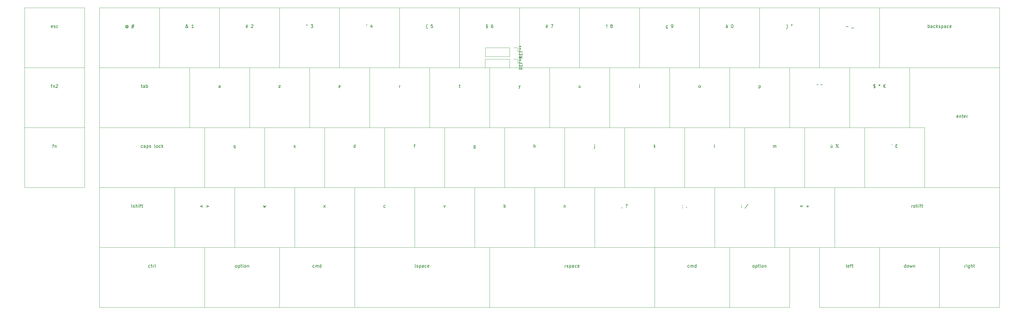
<source format=gbr>
%TF.GenerationSoftware,KiCad,Pcbnew,9.0.3*%
%TF.CreationDate,2025-10-13T22:17:33+02:00*%
%TF.ProjectId,macrolev,6d616372-6f6c-4657-962e-6b696361645f,1.0*%
%TF.SameCoordinates,Original*%
%TF.FileFunction,Legend,Top*%
%TF.FilePolarity,Positive*%
%FSLAX46Y46*%
G04 Gerber Fmt 4.6, Leading zero omitted, Abs format (unit mm)*
G04 Created by KiCad (PCBNEW 9.0.3) date 2025-10-13 22:17:33*
%MOMM*%
%LPD*%
G01*
G04 APERTURE LIST*
%ADD10C,0.150000*%
%ADD11C,0.120000*%
G04 APERTURE END LIST*
D10*
X168397024Y-55205152D02*
X168777976Y-55205152D01*
X168539881Y-54871819D02*
X168539881Y-55728961D01*
X168539881Y-55728961D02*
X168587500Y-55824200D01*
X168587500Y-55824200D02*
X168682738Y-55871819D01*
X168682738Y-55871819D02*
X168777976Y-55871819D01*
X158395833Y-37202771D02*
X158348214Y-37155152D01*
X158348214Y-37155152D02*
X158252976Y-37012295D01*
X158252976Y-37012295D02*
X158205357Y-36917057D01*
X158205357Y-36917057D02*
X158157738Y-36774200D01*
X158157738Y-36774200D02*
X158110119Y-36536104D01*
X158110119Y-36536104D02*
X158110119Y-36345628D01*
X158110119Y-36345628D02*
X158157738Y-36107533D01*
X158157738Y-36107533D02*
X158205357Y-35964676D01*
X158205357Y-35964676D02*
X158252976Y-35869438D01*
X158252976Y-35869438D02*
X158348214Y-35726580D01*
X158348214Y-35726580D02*
X158395833Y-35678961D01*
X160014881Y-35821819D02*
X159538691Y-35821819D01*
X159538691Y-35821819D02*
X159491072Y-36298009D01*
X159491072Y-36298009D02*
X159538691Y-36250390D01*
X159538691Y-36250390D02*
X159633929Y-36202771D01*
X159633929Y-36202771D02*
X159872024Y-36202771D01*
X159872024Y-36202771D02*
X159967262Y-36250390D01*
X159967262Y-36250390D02*
X160014881Y-36298009D01*
X160014881Y-36298009D02*
X160062500Y-36393247D01*
X160062500Y-36393247D02*
X160062500Y-36631342D01*
X160062500Y-36631342D02*
X160014881Y-36726580D01*
X160014881Y-36726580D02*
X159967262Y-36774200D01*
X159967262Y-36774200D02*
X159872024Y-36821819D01*
X159872024Y-36821819D02*
X159633929Y-36821819D01*
X159633929Y-36821819D02*
X159538691Y-36774200D01*
X159538691Y-36774200D02*
X159491072Y-36726580D01*
X326845535Y-65349200D02*
X326750297Y-65396819D01*
X326750297Y-65396819D02*
X326559821Y-65396819D01*
X326559821Y-65396819D02*
X326464583Y-65349200D01*
X326464583Y-65349200D02*
X326416964Y-65253961D01*
X326416964Y-65253961D02*
X326416964Y-64873009D01*
X326416964Y-64873009D02*
X326464583Y-64777771D01*
X326464583Y-64777771D02*
X326559821Y-64730152D01*
X326559821Y-64730152D02*
X326750297Y-64730152D01*
X326750297Y-64730152D02*
X326845535Y-64777771D01*
X326845535Y-64777771D02*
X326893154Y-64873009D01*
X326893154Y-64873009D02*
X326893154Y-64968247D01*
X326893154Y-64968247D02*
X326416964Y-65063485D01*
X327321726Y-64730152D02*
X327321726Y-65396819D01*
X327321726Y-64825390D02*
X327369345Y-64777771D01*
X327369345Y-64777771D02*
X327464583Y-64730152D01*
X327464583Y-64730152D02*
X327607440Y-64730152D01*
X327607440Y-64730152D02*
X327702678Y-64777771D01*
X327702678Y-64777771D02*
X327750297Y-64873009D01*
X327750297Y-64873009D02*
X327750297Y-65396819D01*
X328083631Y-64730152D02*
X328464583Y-64730152D01*
X328226488Y-64396819D02*
X328226488Y-65253961D01*
X328226488Y-65253961D02*
X328274107Y-65349200D01*
X328274107Y-65349200D02*
X328369345Y-65396819D01*
X328369345Y-65396819D02*
X328464583Y-65396819D01*
X329178869Y-65349200D02*
X329083631Y-65396819D01*
X329083631Y-65396819D02*
X328893155Y-65396819D01*
X328893155Y-65396819D02*
X328797917Y-65349200D01*
X328797917Y-65349200D02*
X328750298Y-65253961D01*
X328750298Y-65253961D02*
X328750298Y-64873009D01*
X328750298Y-64873009D02*
X328797917Y-64777771D01*
X328797917Y-64777771D02*
X328893155Y-64730152D01*
X328893155Y-64730152D02*
X329083631Y-64730152D01*
X329083631Y-64730152D02*
X329178869Y-64777771D01*
X329178869Y-64777771D02*
X329226488Y-64873009D01*
X329226488Y-64873009D02*
X329226488Y-64968247D01*
X329226488Y-64968247D02*
X328750298Y-65063485D01*
X329655060Y-65396819D02*
X329655060Y-64730152D01*
X329655060Y-64920628D02*
X329702679Y-64825390D01*
X329702679Y-64825390D02*
X329750298Y-64777771D01*
X329750298Y-64777771D02*
X329845536Y-64730152D01*
X329845536Y-64730152D02*
X329940774Y-64730152D01*
X92601785Y-55871819D02*
X92601785Y-55348009D01*
X92601785Y-55348009D02*
X92554166Y-55252771D01*
X92554166Y-55252771D02*
X92458928Y-55205152D01*
X92458928Y-55205152D02*
X92268452Y-55205152D01*
X92268452Y-55205152D02*
X92173214Y-55252771D01*
X92601785Y-55824200D02*
X92506547Y-55871819D01*
X92506547Y-55871819D02*
X92268452Y-55871819D01*
X92268452Y-55871819D02*
X92173214Y-55824200D01*
X92173214Y-55824200D02*
X92125595Y-55728961D01*
X92125595Y-55728961D02*
X92125595Y-55633723D01*
X92125595Y-55633723D02*
X92173214Y-55538485D01*
X92173214Y-55538485D02*
X92268452Y-55490866D01*
X92268452Y-55490866D02*
X92506547Y-55490866D01*
X92506547Y-55490866D02*
X92601785Y-55443247D01*
X130677976Y-55824200D02*
X130582738Y-55871819D01*
X130582738Y-55871819D02*
X130392262Y-55871819D01*
X130392262Y-55871819D02*
X130297024Y-55824200D01*
X130297024Y-55824200D02*
X130249405Y-55728961D01*
X130249405Y-55728961D02*
X130249405Y-55348009D01*
X130249405Y-55348009D02*
X130297024Y-55252771D01*
X130297024Y-55252771D02*
X130392262Y-55205152D01*
X130392262Y-55205152D02*
X130582738Y-55205152D01*
X130582738Y-55205152D02*
X130677976Y-55252771D01*
X130677976Y-55252771D02*
X130725595Y-55348009D01*
X130725595Y-55348009D02*
X130725595Y-55443247D01*
X130725595Y-55443247D02*
X130249405Y-55538485D01*
X97364285Y-74255152D02*
X97364285Y-75255152D01*
X97364285Y-74874200D02*
X97269047Y-74921819D01*
X97269047Y-74921819D02*
X97078571Y-74921819D01*
X97078571Y-74921819D02*
X96983333Y-74874200D01*
X96983333Y-74874200D02*
X96935714Y-74826580D01*
X96935714Y-74826580D02*
X96888095Y-74731342D01*
X96888095Y-74731342D02*
X96888095Y-74445628D01*
X96888095Y-74445628D02*
X96935714Y-74350390D01*
X96935714Y-74350390D02*
X96983333Y-74302771D01*
X96983333Y-74302771D02*
X97078571Y-74255152D01*
X97078571Y-74255152D02*
X97269047Y-74255152D01*
X97269047Y-74255152D02*
X97364285Y-74302771D01*
X268171429Y-74921819D02*
X268171429Y-74255152D01*
X268171429Y-74350390D02*
X268219048Y-74302771D01*
X268219048Y-74302771D02*
X268314286Y-74255152D01*
X268314286Y-74255152D02*
X268457143Y-74255152D01*
X268457143Y-74255152D02*
X268552381Y-74302771D01*
X268552381Y-74302771D02*
X268600000Y-74398009D01*
X268600000Y-74398009D02*
X268600000Y-74921819D01*
X268600000Y-74398009D02*
X268647619Y-74302771D01*
X268647619Y-74302771D02*
X268742857Y-74255152D01*
X268742857Y-74255152D02*
X268885714Y-74255152D01*
X268885714Y-74255152D02*
X268980953Y-74302771D01*
X268980953Y-74302771D02*
X269028572Y-74398009D01*
X269028572Y-74398009D02*
X269028572Y-74921819D01*
X239453572Y-93924200D02*
X239453572Y-93971819D01*
X239453572Y-93971819D02*
X239405953Y-94067057D01*
X239405953Y-94067057D02*
X239358334Y-94114676D01*
X239405953Y-93352771D02*
X239453572Y-93400390D01*
X239453572Y-93400390D02*
X239405953Y-93448009D01*
X239405953Y-93448009D02*
X239358334Y-93400390D01*
X239358334Y-93400390D02*
X239405953Y-93352771D01*
X239405953Y-93352771D02*
X239405953Y-93448009D01*
X240644048Y-93876580D02*
X240691667Y-93924200D01*
X240691667Y-93924200D02*
X240644048Y-93971819D01*
X240644048Y-93971819D02*
X240596429Y-93924200D01*
X240596429Y-93924200D02*
X240644048Y-93876580D01*
X240644048Y-93876580D02*
X240644048Y-93971819D01*
X211450000Y-74255152D02*
X211450000Y-75112295D01*
X211450000Y-75112295D02*
X211402381Y-75207533D01*
X211402381Y-75207533D02*
X211307143Y-75255152D01*
X211307143Y-75255152D02*
X211259524Y-75255152D01*
X211450000Y-73921819D02*
X211402381Y-73969438D01*
X211402381Y-73969438D02*
X211450000Y-74017057D01*
X211450000Y-74017057D02*
X211497619Y-73969438D01*
X211497619Y-73969438D02*
X211450000Y-73921819D01*
X211450000Y-73921819D02*
X211450000Y-74017057D01*
X300008928Y-55824200D02*
X300151785Y-55871819D01*
X300151785Y-55871819D02*
X300389880Y-55871819D01*
X300389880Y-55871819D02*
X300485118Y-55824200D01*
X300485118Y-55824200D02*
X300532737Y-55776580D01*
X300532737Y-55776580D02*
X300580356Y-55681342D01*
X300580356Y-55681342D02*
X300580356Y-55586104D01*
X300580356Y-55586104D02*
X300532737Y-55490866D01*
X300532737Y-55490866D02*
X300485118Y-55443247D01*
X300485118Y-55443247D02*
X300389880Y-55395628D01*
X300389880Y-55395628D02*
X300199404Y-55348009D01*
X300199404Y-55348009D02*
X300104166Y-55300390D01*
X300104166Y-55300390D02*
X300056547Y-55252771D01*
X300056547Y-55252771D02*
X300008928Y-55157533D01*
X300008928Y-55157533D02*
X300008928Y-55062295D01*
X300008928Y-55062295D02*
X300056547Y-54967057D01*
X300056547Y-54967057D02*
X300104166Y-54919438D01*
X300104166Y-54919438D02*
X300199404Y-54871819D01*
X300199404Y-54871819D02*
X300437499Y-54871819D01*
X300437499Y-54871819D02*
X300580356Y-54919438D01*
X300294642Y-54728961D02*
X300294642Y-56014676D01*
X301913690Y-54871819D02*
X301913690Y-55109914D01*
X301675595Y-55014676D02*
X301913690Y-55109914D01*
X301913690Y-55109914D02*
X302151785Y-55014676D01*
X301770833Y-55300390D02*
X301913690Y-55109914D01*
X301913690Y-55109914D02*
X302056547Y-55300390D01*
X303151786Y-55490866D02*
X303580357Y-55490866D01*
X303151786Y-55252771D02*
X303723214Y-55252771D01*
X303866071Y-55776580D02*
X303818452Y-55824200D01*
X303818452Y-55824200D02*
X303675595Y-55871819D01*
X303675595Y-55871819D02*
X303580357Y-55871819D01*
X303580357Y-55871819D02*
X303437500Y-55824200D01*
X303437500Y-55824200D02*
X303342262Y-55728961D01*
X303342262Y-55728961D02*
X303294643Y-55633723D01*
X303294643Y-55633723D02*
X303247024Y-55443247D01*
X303247024Y-55443247D02*
X303247024Y-55300390D01*
X303247024Y-55300390D02*
X303294643Y-55109914D01*
X303294643Y-55109914D02*
X303342262Y-55014676D01*
X303342262Y-55014676D02*
X303437500Y-54919438D01*
X303437500Y-54919438D02*
X303580357Y-54871819D01*
X303580357Y-54871819D02*
X303675595Y-54871819D01*
X303675595Y-54871819D02*
X303818452Y-54919438D01*
X303818452Y-54919438D02*
X303866071Y-54967057D01*
X317333333Y-36821819D02*
X317333333Y-35821819D01*
X317333333Y-36202771D02*
X317428571Y-36155152D01*
X317428571Y-36155152D02*
X317619047Y-36155152D01*
X317619047Y-36155152D02*
X317714285Y-36202771D01*
X317714285Y-36202771D02*
X317761904Y-36250390D01*
X317761904Y-36250390D02*
X317809523Y-36345628D01*
X317809523Y-36345628D02*
X317809523Y-36631342D01*
X317809523Y-36631342D02*
X317761904Y-36726580D01*
X317761904Y-36726580D02*
X317714285Y-36774200D01*
X317714285Y-36774200D02*
X317619047Y-36821819D01*
X317619047Y-36821819D02*
X317428571Y-36821819D01*
X317428571Y-36821819D02*
X317333333Y-36774200D01*
X318666666Y-36821819D02*
X318666666Y-36298009D01*
X318666666Y-36298009D02*
X318619047Y-36202771D01*
X318619047Y-36202771D02*
X318523809Y-36155152D01*
X318523809Y-36155152D02*
X318333333Y-36155152D01*
X318333333Y-36155152D02*
X318238095Y-36202771D01*
X318666666Y-36774200D02*
X318571428Y-36821819D01*
X318571428Y-36821819D02*
X318333333Y-36821819D01*
X318333333Y-36821819D02*
X318238095Y-36774200D01*
X318238095Y-36774200D02*
X318190476Y-36678961D01*
X318190476Y-36678961D02*
X318190476Y-36583723D01*
X318190476Y-36583723D02*
X318238095Y-36488485D01*
X318238095Y-36488485D02*
X318333333Y-36440866D01*
X318333333Y-36440866D02*
X318571428Y-36440866D01*
X318571428Y-36440866D02*
X318666666Y-36393247D01*
X319571428Y-36774200D02*
X319476190Y-36821819D01*
X319476190Y-36821819D02*
X319285714Y-36821819D01*
X319285714Y-36821819D02*
X319190476Y-36774200D01*
X319190476Y-36774200D02*
X319142857Y-36726580D01*
X319142857Y-36726580D02*
X319095238Y-36631342D01*
X319095238Y-36631342D02*
X319095238Y-36345628D01*
X319095238Y-36345628D02*
X319142857Y-36250390D01*
X319142857Y-36250390D02*
X319190476Y-36202771D01*
X319190476Y-36202771D02*
X319285714Y-36155152D01*
X319285714Y-36155152D02*
X319476190Y-36155152D01*
X319476190Y-36155152D02*
X319571428Y-36202771D01*
X320000000Y-36821819D02*
X320000000Y-35821819D01*
X320095238Y-36440866D02*
X320380952Y-36821819D01*
X320380952Y-36155152D02*
X320000000Y-36536104D01*
X320761905Y-36774200D02*
X320857143Y-36821819D01*
X320857143Y-36821819D02*
X321047619Y-36821819D01*
X321047619Y-36821819D02*
X321142857Y-36774200D01*
X321142857Y-36774200D02*
X321190476Y-36678961D01*
X321190476Y-36678961D02*
X321190476Y-36631342D01*
X321190476Y-36631342D02*
X321142857Y-36536104D01*
X321142857Y-36536104D02*
X321047619Y-36488485D01*
X321047619Y-36488485D02*
X320904762Y-36488485D01*
X320904762Y-36488485D02*
X320809524Y-36440866D01*
X320809524Y-36440866D02*
X320761905Y-36345628D01*
X320761905Y-36345628D02*
X320761905Y-36298009D01*
X320761905Y-36298009D02*
X320809524Y-36202771D01*
X320809524Y-36202771D02*
X320904762Y-36155152D01*
X320904762Y-36155152D02*
X321047619Y-36155152D01*
X321047619Y-36155152D02*
X321142857Y-36202771D01*
X321619048Y-36155152D02*
X321619048Y-37155152D01*
X321619048Y-36202771D02*
X321714286Y-36155152D01*
X321714286Y-36155152D02*
X321904762Y-36155152D01*
X321904762Y-36155152D02*
X322000000Y-36202771D01*
X322000000Y-36202771D02*
X322047619Y-36250390D01*
X322047619Y-36250390D02*
X322095238Y-36345628D01*
X322095238Y-36345628D02*
X322095238Y-36631342D01*
X322095238Y-36631342D02*
X322047619Y-36726580D01*
X322047619Y-36726580D02*
X322000000Y-36774200D01*
X322000000Y-36774200D02*
X321904762Y-36821819D01*
X321904762Y-36821819D02*
X321714286Y-36821819D01*
X321714286Y-36821819D02*
X321619048Y-36774200D01*
X322952381Y-36821819D02*
X322952381Y-36298009D01*
X322952381Y-36298009D02*
X322904762Y-36202771D01*
X322904762Y-36202771D02*
X322809524Y-36155152D01*
X322809524Y-36155152D02*
X322619048Y-36155152D01*
X322619048Y-36155152D02*
X322523810Y-36202771D01*
X322952381Y-36774200D02*
X322857143Y-36821819D01*
X322857143Y-36821819D02*
X322619048Y-36821819D01*
X322619048Y-36821819D02*
X322523810Y-36774200D01*
X322523810Y-36774200D02*
X322476191Y-36678961D01*
X322476191Y-36678961D02*
X322476191Y-36583723D01*
X322476191Y-36583723D02*
X322523810Y-36488485D01*
X322523810Y-36488485D02*
X322619048Y-36440866D01*
X322619048Y-36440866D02*
X322857143Y-36440866D01*
X322857143Y-36440866D02*
X322952381Y-36393247D01*
X323857143Y-36774200D02*
X323761905Y-36821819D01*
X323761905Y-36821819D02*
X323571429Y-36821819D01*
X323571429Y-36821819D02*
X323476191Y-36774200D01*
X323476191Y-36774200D02*
X323428572Y-36726580D01*
X323428572Y-36726580D02*
X323380953Y-36631342D01*
X323380953Y-36631342D02*
X323380953Y-36345628D01*
X323380953Y-36345628D02*
X323428572Y-36250390D01*
X323428572Y-36250390D02*
X323476191Y-36202771D01*
X323476191Y-36202771D02*
X323571429Y-36155152D01*
X323571429Y-36155152D02*
X323761905Y-36155152D01*
X323761905Y-36155152D02*
X323857143Y-36202771D01*
X324666667Y-36774200D02*
X324571429Y-36821819D01*
X324571429Y-36821819D02*
X324380953Y-36821819D01*
X324380953Y-36821819D02*
X324285715Y-36774200D01*
X324285715Y-36774200D02*
X324238096Y-36678961D01*
X324238096Y-36678961D02*
X324238096Y-36298009D01*
X324238096Y-36298009D02*
X324285715Y-36202771D01*
X324285715Y-36202771D02*
X324380953Y-36155152D01*
X324380953Y-36155152D02*
X324571429Y-36155152D01*
X324571429Y-36155152D02*
X324666667Y-36202771D01*
X324666667Y-36202771D02*
X324714286Y-36298009D01*
X324714286Y-36298009D02*
X324714286Y-36393247D01*
X324714286Y-36393247D02*
X324238096Y-36488485D01*
X187399405Y-55205152D02*
X187637500Y-55871819D01*
X187875595Y-55205152D02*
X187637500Y-55871819D01*
X187637500Y-55871819D02*
X187542262Y-56109914D01*
X187542262Y-56109914D02*
X187494643Y-56157533D01*
X187494643Y-56157533D02*
X187399405Y-56205152D01*
X276744048Y-93448009D02*
X277505953Y-93448009D01*
X277505953Y-93733723D02*
X276744048Y-93733723D01*
X278744048Y-93590866D02*
X279505953Y-93590866D01*
X279125000Y-93971819D02*
X279125000Y-93209914D01*
X258170238Y-93876580D02*
X258217857Y-93924200D01*
X258217857Y-93924200D02*
X258170238Y-93971819D01*
X258170238Y-93971819D02*
X258122619Y-93924200D01*
X258122619Y-93924200D02*
X258170238Y-93876580D01*
X258170238Y-93876580D02*
X258170238Y-93971819D01*
X258170238Y-93352771D02*
X258217857Y-93400390D01*
X258217857Y-93400390D02*
X258170238Y-93448009D01*
X258170238Y-93448009D02*
X258122619Y-93400390D01*
X258122619Y-93400390D02*
X258170238Y-93352771D01*
X258170238Y-93352771D02*
X258170238Y-93448009D01*
X260122618Y-92924200D02*
X259265476Y-94209914D01*
X312105654Y-93971819D02*
X312105654Y-93305152D01*
X312105654Y-93495628D02*
X312153273Y-93400390D01*
X312153273Y-93400390D02*
X312200892Y-93352771D01*
X312200892Y-93352771D02*
X312296130Y-93305152D01*
X312296130Y-93305152D02*
X312391368Y-93305152D01*
X312677083Y-93924200D02*
X312772321Y-93971819D01*
X312772321Y-93971819D02*
X312962797Y-93971819D01*
X312962797Y-93971819D02*
X313058035Y-93924200D01*
X313058035Y-93924200D02*
X313105654Y-93828961D01*
X313105654Y-93828961D02*
X313105654Y-93781342D01*
X313105654Y-93781342D02*
X313058035Y-93686104D01*
X313058035Y-93686104D02*
X312962797Y-93638485D01*
X312962797Y-93638485D02*
X312819940Y-93638485D01*
X312819940Y-93638485D02*
X312724702Y-93590866D01*
X312724702Y-93590866D02*
X312677083Y-93495628D01*
X312677083Y-93495628D02*
X312677083Y-93448009D01*
X312677083Y-93448009D02*
X312724702Y-93352771D01*
X312724702Y-93352771D02*
X312819940Y-93305152D01*
X312819940Y-93305152D02*
X312962797Y-93305152D01*
X312962797Y-93305152D02*
X313058035Y-93352771D01*
X313534226Y-93971819D02*
X313534226Y-92971819D01*
X313962797Y-93971819D02*
X313962797Y-93448009D01*
X313962797Y-93448009D02*
X313915178Y-93352771D01*
X313915178Y-93352771D02*
X313819940Y-93305152D01*
X313819940Y-93305152D02*
X313677083Y-93305152D01*
X313677083Y-93305152D02*
X313581845Y-93352771D01*
X313581845Y-93352771D02*
X313534226Y-93400390D01*
X314438988Y-93971819D02*
X314438988Y-93305152D01*
X314438988Y-92971819D02*
X314391369Y-93019438D01*
X314391369Y-93019438D02*
X314438988Y-93067057D01*
X314438988Y-93067057D02*
X314486607Y-93019438D01*
X314486607Y-93019438D02*
X314438988Y-92971819D01*
X314438988Y-92971819D02*
X314438988Y-93067057D01*
X314772321Y-93305152D02*
X315153273Y-93305152D01*
X314915178Y-93971819D02*
X314915178Y-93114676D01*
X314915178Y-93114676D02*
X314962797Y-93019438D01*
X314962797Y-93019438D02*
X315058035Y-92971819D01*
X315058035Y-92971819D02*
X315153273Y-92971819D01*
X315343750Y-93305152D02*
X315724702Y-93305152D01*
X315486607Y-92971819D02*
X315486607Y-93828961D01*
X315486607Y-93828961D02*
X315534226Y-93924200D01*
X315534226Y-93924200D02*
X315629464Y-93971819D01*
X315629464Y-93971819D02*
X315724702Y-93971819D01*
X286911904Y-74255152D02*
X286911904Y-74921819D01*
X286483333Y-74255152D02*
X286483333Y-74778961D01*
X286483333Y-74778961D02*
X286530952Y-74874200D01*
X286530952Y-74874200D02*
X286626190Y-74921819D01*
X286626190Y-74921819D02*
X286769047Y-74921819D01*
X286769047Y-74921819D02*
X286864285Y-74874200D01*
X286864285Y-74874200D02*
X286911904Y-74826580D01*
X286626190Y-73874200D02*
X286769047Y-74017057D01*
X288102381Y-74921819D02*
X288864285Y-73921819D01*
X288245238Y-73921819D02*
X288340476Y-73969438D01*
X288340476Y-73969438D02*
X288388095Y-74064676D01*
X288388095Y-74064676D02*
X288340476Y-74159914D01*
X288340476Y-74159914D02*
X288245238Y-74207533D01*
X288245238Y-74207533D02*
X288150000Y-74159914D01*
X288150000Y-74159914D02*
X288102381Y-74064676D01*
X288102381Y-74064676D02*
X288150000Y-73969438D01*
X288150000Y-73969438D02*
X288245238Y-73921819D01*
X288816666Y-74874200D02*
X288864285Y-74778961D01*
X288864285Y-74778961D02*
X288816666Y-74683723D01*
X288816666Y-74683723D02*
X288721428Y-74636104D01*
X288721428Y-74636104D02*
X288626190Y-74683723D01*
X288626190Y-74683723D02*
X288578571Y-74778961D01*
X288578571Y-74778961D02*
X288626190Y-74874200D01*
X288626190Y-74874200D02*
X288721428Y-74921819D01*
X288721428Y-74921819D02*
X288816666Y-74874200D01*
X291531547Y-113021819D02*
X291436309Y-112974200D01*
X291436309Y-112974200D02*
X291388690Y-112878961D01*
X291388690Y-112878961D02*
X291388690Y-112021819D01*
X292293452Y-112974200D02*
X292198214Y-113021819D01*
X292198214Y-113021819D02*
X292007738Y-113021819D01*
X292007738Y-113021819D02*
X291912500Y-112974200D01*
X291912500Y-112974200D02*
X291864881Y-112878961D01*
X291864881Y-112878961D02*
X291864881Y-112498009D01*
X291864881Y-112498009D02*
X291912500Y-112402771D01*
X291912500Y-112402771D02*
X292007738Y-112355152D01*
X292007738Y-112355152D02*
X292198214Y-112355152D01*
X292198214Y-112355152D02*
X292293452Y-112402771D01*
X292293452Y-112402771D02*
X292341071Y-112498009D01*
X292341071Y-112498009D02*
X292341071Y-112593247D01*
X292341071Y-112593247D02*
X291864881Y-112688485D01*
X292626786Y-112355152D02*
X293007738Y-112355152D01*
X292769643Y-113021819D02*
X292769643Y-112164676D01*
X292769643Y-112164676D02*
X292817262Y-112069438D01*
X292817262Y-112069438D02*
X292912500Y-112021819D01*
X292912500Y-112021819D02*
X293007738Y-112021819D01*
X293198215Y-112355152D02*
X293579167Y-112355152D01*
X293341072Y-112021819D02*
X293341072Y-112878961D01*
X293341072Y-112878961D02*
X293388691Y-112974200D01*
X293388691Y-112974200D02*
X293483929Y-113021819D01*
X293483929Y-113021819D02*
X293579167Y-113021819D01*
X154109524Y-74255152D02*
X154490476Y-74255152D01*
X154252381Y-74921819D02*
X154252381Y-74064676D01*
X154252381Y-74064676D02*
X154300000Y-73969438D01*
X154300000Y-73969438D02*
X154395238Y-73921819D01*
X154395238Y-73921819D02*
X154490476Y-73921819D01*
X67956249Y-74874200D02*
X67861011Y-74921819D01*
X67861011Y-74921819D02*
X67670535Y-74921819D01*
X67670535Y-74921819D02*
X67575297Y-74874200D01*
X67575297Y-74874200D02*
X67527678Y-74826580D01*
X67527678Y-74826580D02*
X67480059Y-74731342D01*
X67480059Y-74731342D02*
X67480059Y-74445628D01*
X67480059Y-74445628D02*
X67527678Y-74350390D01*
X67527678Y-74350390D02*
X67575297Y-74302771D01*
X67575297Y-74302771D02*
X67670535Y-74255152D01*
X67670535Y-74255152D02*
X67861011Y-74255152D01*
X67861011Y-74255152D02*
X67956249Y-74302771D01*
X68813392Y-74921819D02*
X68813392Y-74398009D01*
X68813392Y-74398009D02*
X68765773Y-74302771D01*
X68765773Y-74302771D02*
X68670535Y-74255152D01*
X68670535Y-74255152D02*
X68480059Y-74255152D01*
X68480059Y-74255152D02*
X68384821Y-74302771D01*
X68813392Y-74874200D02*
X68718154Y-74921819D01*
X68718154Y-74921819D02*
X68480059Y-74921819D01*
X68480059Y-74921819D02*
X68384821Y-74874200D01*
X68384821Y-74874200D02*
X68337202Y-74778961D01*
X68337202Y-74778961D02*
X68337202Y-74683723D01*
X68337202Y-74683723D02*
X68384821Y-74588485D01*
X68384821Y-74588485D02*
X68480059Y-74540866D01*
X68480059Y-74540866D02*
X68718154Y-74540866D01*
X68718154Y-74540866D02*
X68813392Y-74493247D01*
X69289583Y-74255152D02*
X69289583Y-75255152D01*
X69289583Y-74302771D02*
X69384821Y-74255152D01*
X69384821Y-74255152D02*
X69575297Y-74255152D01*
X69575297Y-74255152D02*
X69670535Y-74302771D01*
X69670535Y-74302771D02*
X69718154Y-74350390D01*
X69718154Y-74350390D02*
X69765773Y-74445628D01*
X69765773Y-74445628D02*
X69765773Y-74731342D01*
X69765773Y-74731342D02*
X69718154Y-74826580D01*
X69718154Y-74826580D02*
X69670535Y-74874200D01*
X69670535Y-74874200D02*
X69575297Y-74921819D01*
X69575297Y-74921819D02*
X69384821Y-74921819D01*
X69384821Y-74921819D02*
X69289583Y-74874200D01*
X70146726Y-74874200D02*
X70241964Y-74921819D01*
X70241964Y-74921819D02*
X70432440Y-74921819D01*
X70432440Y-74921819D02*
X70527678Y-74874200D01*
X70527678Y-74874200D02*
X70575297Y-74778961D01*
X70575297Y-74778961D02*
X70575297Y-74731342D01*
X70575297Y-74731342D02*
X70527678Y-74636104D01*
X70527678Y-74636104D02*
X70432440Y-74588485D01*
X70432440Y-74588485D02*
X70289583Y-74588485D01*
X70289583Y-74588485D02*
X70194345Y-74540866D01*
X70194345Y-74540866D02*
X70146726Y-74445628D01*
X70146726Y-74445628D02*
X70146726Y-74398009D01*
X70146726Y-74398009D02*
X70194345Y-74302771D01*
X70194345Y-74302771D02*
X70289583Y-74255152D01*
X70289583Y-74255152D02*
X70432440Y-74255152D01*
X70432440Y-74255152D02*
X70527678Y-74302771D01*
X71908631Y-74921819D02*
X71813393Y-74874200D01*
X71813393Y-74874200D02*
X71765774Y-74778961D01*
X71765774Y-74778961D02*
X71765774Y-73921819D01*
X72432441Y-74921819D02*
X72337203Y-74874200D01*
X72337203Y-74874200D02*
X72289584Y-74826580D01*
X72289584Y-74826580D02*
X72241965Y-74731342D01*
X72241965Y-74731342D02*
X72241965Y-74445628D01*
X72241965Y-74445628D02*
X72289584Y-74350390D01*
X72289584Y-74350390D02*
X72337203Y-74302771D01*
X72337203Y-74302771D02*
X72432441Y-74255152D01*
X72432441Y-74255152D02*
X72575298Y-74255152D01*
X72575298Y-74255152D02*
X72670536Y-74302771D01*
X72670536Y-74302771D02*
X72718155Y-74350390D01*
X72718155Y-74350390D02*
X72765774Y-74445628D01*
X72765774Y-74445628D02*
X72765774Y-74731342D01*
X72765774Y-74731342D02*
X72718155Y-74826580D01*
X72718155Y-74826580D02*
X72670536Y-74874200D01*
X72670536Y-74874200D02*
X72575298Y-74921819D01*
X72575298Y-74921819D02*
X72432441Y-74921819D01*
X73622917Y-74874200D02*
X73527679Y-74921819D01*
X73527679Y-74921819D02*
X73337203Y-74921819D01*
X73337203Y-74921819D02*
X73241965Y-74874200D01*
X73241965Y-74874200D02*
X73194346Y-74826580D01*
X73194346Y-74826580D02*
X73146727Y-74731342D01*
X73146727Y-74731342D02*
X73146727Y-74445628D01*
X73146727Y-74445628D02*
X73194346Y-74350390D01*
X73194346Y-74350390D02*
X73241965Y-74302771D01*
X73241965Y-74302771D02*
X73337203Y-74255152D01*
X73337203Y-74255152D02*
X73527679Y-74255152D01*
X73527679Y-74255152D02*
X73622917Y-74302771D01*
X74051489Y-74921819D02*
X74051489Y-73921819D01*
X74146727Y-74540866D02*
X74432441Y-74921819D01*
X74432441Y-74255152D02*
X74051489Y-74636104D01*
X201710714Y-93305152D02*
X201710714Y-93971819D01*
X201710714Y-93400390D02*
X201758333Y-93352771D01*
X201758333Y-93352771D02*
X201853571Y-93305152D01*
X201853571Y-93305152D02*
X201996428Y-93305152D01*
X201996428Y-93305152D02*
X202091666Y-93352771D01*
X202091666Y-93352771D02*
X202139285Y-93448009D01*
X202139285Y-93448009D02*
X202139285Y-93971819D01*
X305771429Y-73874200D02*
X305914286Y-74017057D01*
X307009524Y-74255152D02*
X307390476Y-74255152D01*
X307009524Y-74921819D02*
X307533333Y-74921819D01*
X307152381Y-74921819D02*
X307152381Y-74064676D01*
X307152381Y-74064676D02*
X307200000Y-73969438D01*
X307200000Y-73969438D02*
X307295238Y-73921819D01*
X307295238Y-73921819D02*
X307438095Y-73921819D01*
X307438095Y-73921819D02*
X307533333Y-73969438D01*
X149466071Y-55871819D02*
X149466071Y-55205152D01*
X149466071Y-55395628D02*
X149513690Y-55300390D01*
X149513690Y-55300390D02*
X149561309Y-55252771D01*
X149561309Y-55252771D02*
X149656547Y-55205152D01*
X149656547Y-55205152D02*
X149751785Y-55205152D01*
X263623214Y-55205152D02*
X263623214Y-56205152D01*
X263623214Y-55252771D02*
X263718452Y-55205152D01*
X263718452Y-55205152D02*
X263908928Y-55205152D01*
X263908928Y-55205152D02*
X264004166Y-55252771D01*
X264004166Y-55252771D02*
X264051785Y-55300390D01*
X264051785Y-55300390D02*
X264099404Y-55395628D01*
X264099404Y-55395628D02*
X264099404Y-55681342D01*
X264099404Y-55681342D02*
X264051785Y-55776580D01*
X264051785Y-55776580D02*
X264004166Y-55824200D01*
X264004166Y-55824200D02*
X263908928Y-55871819D01*
X263908928Y-55871819D02*
X263718452Y-55871819D01*
X263718452Y-55871819D02*
X263623214Y-55824200D01*
X82433929Y-36821819D02*
X82386310Y-36821819D01*
X82386310Y-36821819D02*
X82291071Y-36774200D01*
X82291071Y-36774200D02*
X82148214Y-36631342D01*
X82148214Y-36631342D02*
X81910119Y-36345628D01*
X81910119Y-36345628D02*
X81814881Y-36202771D01*
X81814881Y-36202771D02*
X81767262Y-36059914D01*
X81767262Y-36059914D02*
X81767262Y-35964676D01*
X81767262Y-35964676D02*
X81814881Y-35869438D01*
X81814881Y-35869438D02*
X81910119Y-35821819D01*
X81910119Y-35821819D02*
X81957738Y-35821819D01*
X81957738Y-35821819D02*
X82052976Y-35869438D01*
X82052976Y-35869438D02*
X82100595Y-35964676D01*
X82100595Y-35964676D02*
X82100595Y-36012295D01*
X82100595Y-36012295D02*
X82052976Y-36107533D01*
X82052976Y-36107533D02*
X82005357Y-36155152D01*
X82005357Y-36155152D02*
X81719643Y-36345628D01*
X81719643Y-36345628D02*
X81672024Y-36393247D01*
X81672024Y-36393247D02*
X81624405Y-36488485D01*
X81624405Y-36488485D02*
X81624405Y-36631342D01*
X81624405Y-36631342D02*
X81672024Y-36726580D01*
X81672024Y-36726580D02*
X81719643Y-36774200D01*
X81719643Y-36774200D02*
X81814881Y-36821819D01*
X81814881Y-36821819D02*
X81957738Y-36821819D01*
X81957738Y-36821819D02*
X82052976Y-36774200D01*
X82052976Y-36774200D02*
X82100595Y-36726580D01*
X82100595Y-36726580D02*
X82243452Y-36536104D01*
X82243452Y-36536104D02*
X82291071Y-36393247D01*
X82291071Y-36393247D02*
X82291071Y-36298009D01*
X84148214Y-36821819D02*
X83576786Y-36821819D01*
X83862500Y-36821819D02*
X83862500Y-35821819D01*
X83862500Y-35821819D02*
X83767262Y-35964676D01*
X83767262Y-35964676D02*
X83672024Y-36059914D01*
X83672024Y-36059914D02*
X83576786Y-36107533D01*
X163586905Y-93305152D02*
X163825000Y-93971819D01*
X163825000Y-93971819D02*
X164063095Y-93305152D01*
X310248214Y-113021819D02*
X310248214Y-112021819D01*
X310248214Y-112974200D02*
X310152976Y-113021819D01*
X310152976Y-113021819D02*
X309962500Y-113021819D01*
X309962500Y-113021819D02*
X309867262Y-112974200D01*
X309867262Y-112974200D02*
X309819643Y-112926580D01*
X309819643Y-112926580D02*
X309772024Y-112831342D01*
X309772024Y-112831342D02*
X309772024Y-112545628D01*
X309772024Y-112545628D02*
X309819643Y-112450390D01*
X309819643Y-112450390D02*
X309867262Y-112402771D01*
X309867262Y-112402771D02*
X309962500Y-112355152D01*
X309962500Y-112355152D02*
X310152976Y-112355152D01*
X310152976Y-112355152D02*
X310248214Y-112402771D01*
X310867262Y-113021819D02*
X310772024Y-112974200D01*
X310772024Y-112974200D02*
X310724405Y-112926580D01*
X310724405Y-112926580D02*
X310676786Y-112831342D01*
X310676786Y-112831342D02*
X310676786Y-112545628D01*
X310676786Y-112545628D02*
X310724405Y-112450390D01*
X310724405Y-112450390D02*
X310772024Y-112402771D01*
X310772024Y-112402771D02*
X310867262Y-112355152D01*
X310867262Y-112355152D02*
X311010119Y-112355152D01*
X311010119Y-112355152D02*
X311105357Y-112402771D01*
X311105357Y-112402771D02*
X311152976Y-112450390D01*
X311152976Y-112450390D02*
X311200595Y-112545628D01*
X311200595Y-112545628D02*
X311200595Y-112831342D01*
X311200595Y-112831342D02*
X311152976Y-112926580D01*
X311152976Y-112926580D02*
X311105357Y-112974200D01*
X311105357Y-112974200D02*
X311010119Y-113021819D01*
X311010119Y-113021819D02*
X310867262Y-113021819D01*
X311533929Y-112355152D02*
X311724405Y-113021819D01*
X311724405Y-113021819D02*
X311914881Y-112545628D01*
X311914881Y-112545628D02*
X312105357Y-113021819D01*
X312105357Y-113021819D02*
X312295833Y-112355152D01*
X312676786Y-112355152D02*
X312676786Y-113021819D01*
X312676786Y-112450390D02*
X312724405Y-112402771D01*
X312724405Y-112402771D02*
X312819643Y-112355152D01*
X312819643Y-112355152D02*
X312962500Y-112355152D01*
X312962500Y-112355152D02*
X313057738Y-112402771D01*
X313057738Y-112402771D02*
X313105357Y-112498009D01*
X313105357Y-112498009D02*
X313105357Y-113021819D01*
X291269643Y-36440866D02*
X292031548Y-36440866D01*
X293031548Y-36917057D02*
X293793452Y-36917057D01*
X145013095Y-93924200D02*
X144917857Y-93971819D01*
X144917857Y-93971819D02*
X144727381Y-93971819D01*
X144727381Y-93971819D02*
X144632143Y-93924200D01*
X144632143Y-93924200D02*
X144584524Y-93876580D01*
X144584524Y-93876580D02*
X144536905Y-93781342D01*
X144536905Y-93781342D02*
X144536905Y-93495628D01*
X144536905Y-93495628D02*
X144584524Y-93400390D01*
X144584524Y-93400390D02*
X144632143Y-93352771D01*
X144632143Y-93352771D02*
X144727381Y-93305152D01*
X144727381Y-93305152D02*
X144917857Y-93305152D01*
X144917857Y-93305152D02*
X145013095Y-93352771D01*
X188557205Y-49477726D02*
X188081014Y-49811059D01*
X188557205Y-50049154D02*
X187557205Y-50049154D01*
X187557205Y-50049154D02*
X187557205Y-49668202D01*
X187557205Y-49668202D02*
X187604824Y-49572964D01*
X187604824Y-49572964D02*
X187652443Y-49525345D01*
X187652443Y-49525345D02*
X187747681Y-49477726D01*
X187747681Y-49477726D02*
X187890538Y-49477726D01*
X187890538Y-49477726D02*
X187985776Y-49525345D01*
X187985776Y-49525345D02*
X188033395Y-49572964D01*
X188033395Y-49572964D02*
X188081014Y-49668202D01*
X188081014Y-49668202D02*
X188081014Y-50049154D01*
X188033395Y-49049154D02*
X188033395Y-48715821D01*
X188557205Y-48572964D02*
X188557205Y-49049154D01*
X188557205Y-49049154D02*
X187557205Y-49049154D01*
X187557205Y-49049154D02*
X187557205Y-48572964D01*
X188033395Y-47811059D02*
X188033395Y-48144392D01*
X188557205Y-48144392D02*
X187557205Y-48144392D01*
X187557205Y-48144392D02*
X187557205Y-47668202D01*
X187557205Y-47144392D02*
X187795300Y-47144392D01*
X187700062Y-47382487D02*
X187795300Y-47144392D01*
X187795300Y-47144392D02*
X187700062Y-46906297D01*
X187985776Y-47287249D02*
X187795300Y-47144392D01*
X187795300Y-47144392D02*
X187985776Y-47001535D01*
X187557205Y-46382487D02*
X187795300Y-46382487D01*
X187700062Y-46620582D02*
X187795300Y-46382487D01*
X187795300Y-46382487D02*
X187700062Y-46144392D01*
X187985776Y-46525344D02*
X187795300Y-46382487D01*
X187795300Y-46382487D02*
X187985776Y-46239630D01*
X115985714Y-74874200D02*
X116080952Y-74921819D01*
X116080952Y-74921819D02*
X116271428Y-74921819D01*
X116271428Y-74921819D02*
X116366666Y-74874200D01*
X116366666Y-74874200D02*
X116414285Y-74778961D01*
X116414285Y-74778961D02*
X116414285Y-74731342D01*
X116414285Y-74731342D02*
X116366666Y-74636104D01*
X116366666Y-74636104D02*
X116271428Y-74588485D01*
X116271428Y-74588485D02*
X116128571Y-74588485D01*
X116128571Y-74588485D02*
X116033333Y-74540866D01*
X116033333Y-74540866D02*
X115985714Y-74445628D01*
X115985714Y-74445628D02*
X115985714Y-74398009D01*
X115985714Y-74398009D02*
X116033333Y-74302771D01*
X116033333Y-74302771D02*
X116128571Y-74255152D01*
X116128571Y-74255152D02*
X116271428Y-74255152D01*
X116271428Y-74255152D02*
X116366666Y-74302771D01*
X135464285Y-74921819D02*
X135464285Y-73921819D01*
X135464285Y-74874200D02*
X135369047Y-74921819D01*
X135369047Y-74921819D02*
X135178571Y-74921819D01*
X135178571Y-74921819D02*
X135083333Y-74874200D01*
X135083333Y-74874200D02*
X135035714Y-74826580D01*
X135035714Y-74826580D02*
X134988095Y-74731342D01*
X134988095Y-74731342D02*
X134988095Y-74445628D01*
X134988095Y-74445628D02*
X135035714Y-74350390D01*
X135035714Y-74350390D02*
X135083333Y-74302771D01*
X135083333Y-74302771D02*
X135178571Y-74255152D01*
X135178571Y-74255152D02*
X135369047Y-74255152D01*
X135369047Y-74255152D02*
X135464285Y-74302771D01*
X329012500Y-113021819D02*
X329012500Y-112355152D01*
X329012500Y-112545628D02*
X329060119Y-112450390D01*
X329060119Y-112450390D02*
X329107738Y-112402771D01*
X329107738Y-112402771D02*
X329202976Y-112355152D01*
X329202976Y-112355152D02*
X329298214Y-112355152D01*
X329631548Y-113021819D02*
X329631548Y-112355152D01*
X329631548Y-112021819D02*
X329583929Y-112069438D01*
X329583929Y-112069438D02*
X329631548Y-112117057D01*
X329631548Y-112117057D02*
X329679167Y-112069438D01*
X329679167Y-112069438D02*
X329631548Y-112021819D01*
X329631548Y-112021819D02*
X329631548Y-112117057D01*
X330536309Y-112355152D02*
X330536309Y-113164676D01*
X330536309Y-113164676D02*
X330488690Y-113259914D01*
X330488690Y-113259914D02*
X330441071Y-113307533D01*
X330441071Y-113307533D02*
X330345833Y-113355152D01*
X330345833Y-113355152D02*
X330202976Y-113355152D01*
X330202976Y-113355152D02*
X330107738Y-113307533D01*
X330536309Y-112974200D02*
X330441071Y-113021819D01*
X330441071Y-113021819D02*
X330250595Y-113021819D01*
X330250595Y-113021819D02*
X330155357Y-112974200D01*
X330155357Y-112974200D02*
X330107738Y-112926580D01*
X330107738Y-112926580D02*
X330060119Y-112831342D01*
X330060119Y-112831342D02*
X330060119Y-112545628D01*
X330060119Y-112545628D02*
X330107738Y-112450390D01*
X330107738Y-112450390D02*
X330155357Y-112402771D01*
X330155357Y-112402771D02*
X330250595Y-112355152D01*
X330250595Y-112355152D02*
X330441071Y-112355152D01*
X330441071Y-112355152D02*
X330536309Y-112402771D01*
X331012500Y-113021819D02*
X331012500Y-112021819D01*
X331441071Y-113021819D02*
X331441071Y-112498009D01*
X331441071Y-112498009D02*
X331393452Y-112402771D01*
X331393452Y-112402771D02*
X331298214Y-112355152D01*
X331298214Y-112355152D02*
X331155357Y-112355152D01*
X331155357Y-112355152D02*
X331060119Y-112402771D01*
X331060119Y-112402771D02*
X331012500Y-112450390D01*
X331774405Y-112355152D02*
X332155357Y-112355152D01*
X331917262Y-112021819D02*
X331917262Y-112878961D01*
X331917262Y-112878961D02*
X331964881Y-112974200D01*
X331964881Y-112974200D02*
X332060119Y-113021819D01*
X332060119Y-113021819D02*
X332155357Y-113021819D01*
X70337201Y-112974200D02*
X70241963Y-113021819D01*
X70241963Y-113021819D02*
X70051487Y-113021819D01*
X70051487Y-113021819D02*
X69956249Y-112974200D01*
X69956249Y-112974200D02*
X69908630Y-112926580D01*
X69908630Y-112926580D02*
X69861011Y-112831342D01*
X69861011Y-112831342D02*
X69861011Y-112545628D01*
X69861011Y-112545628D02*
X69908630Y-112450390D01*
X69908630Y-112450390D02*
X69956249Y-112402771D01*
X69956249Y-112402771D02*
X70051487Y-112355152D01*
X70051487Y-112355152D02*
X70241963Y-112355152D01*
X70241963Y-112355152D02*
X70337201Y-112402771D01*
X70622916Y-112355152D02*
X71003868Y-112355152D01*
X70765773Y-112021819D02*
X70765773Y-112878961D01*
X70765773Y-112878961D02*
X70813392Y-112974200D01*
X70813392Y-112974200D02*
X70908630Y-113021819D01*
X70908630Y-113021819D02*
X71003868Y-113021819D01*
X71337202Y-113021819D02*
X71337202Y-112355152D01*
X71337202Y-112545628D02*
X71384821Y-112450390D01*
X71384821Y-112450390D02*
X71432440Y-112402771D01*
X71432440Y-112402771D02*
X71527678Y-112355152D01*
X71527678Y-112355152D02*
X71622916Y-112355152D01*
X72099107Y-113021819D02*
X72003869Y-112974200D01*
X72003869Y-112974200D02*
X71956250Y-112878961D01*
X71956250Y-112878961D02*
X71956250Y-112021819D01*
X87005953Y-93305152D02*
X86244048Y-93590866D01*
X86244048Y-93590866D02*
X87005953Y-93876580D01*
X88244048Y-93305152D02*
X89005953Y-93590866D01*
X89005953Y-93590866D02*
X88244048Y-93876580D01*
X192185714Y-74921819D02*
X192185714Y-73921819D01*
X192614285Y-74921819D02*
X192614285Y-74398009D01*
X192614285Y-74398009D02*
X192566666Y-74302771D01*
X192566666Y-74302771D02*
X192471428Y-74255152D01*
X192471428Y-74255152D02*
X192328571Y-74255152D01*
X192328571Y-74255152D02*
X192233333Y-74302771D01*
X192233333Y-74302771D02*
X192185714Y-74350390D01*
X206901785Y-55205152D02*
X206901785Y-55871819D01*
X206473214Y-55205152D02*
X206473214Y-55728961D01*
X206473214Y-55728961D02*
X206520833Y-55824200D01*
X206520833Y-55824200D02*
X206616071Y-55871819D01*
X206616071Y-55871819D02*
X206758928Y-55871819D01*
X206758928Y-55871819D02*
X206854166Y-55824200D01*
X206854166Y-55824200D02*
X206901785Y-55776580D01*
X225737500Y-55871819D02*
X225737500Y-55205152D01*
X225737500Y-54871819D02*
X225689881Y-54919438D01*
X225689881Y-54919438D02*
X225737500Y-54967057D01*
X225737500Y-54967057D02*
X225785119Y-54919438D01*
X225785119Y-54919438D02*
X225737500Y-54871819D01*
X225737500Y-54871819D02*
X225737500Y-54967057D01*
X39357142Y-36774200D02*
X39261904Y-36821819D01*
X39261904Y-36821819D02*
X39071428Y-36821819D01*
X39071428Y-36821819D02*
X38976190Y-36774200D01*
X38976190Y-36774200D02*
X38928571Y-36678961D01*
X38928571Y-36678961D02*
X38928571Y-36298009D01*
X38928571Y-36298009D02*
X38976190Y-36202771D01*
X38976190Y-36202771D02*
X39071428Y-36155152D01*
X39071428Y-36155152D02*
X39261904Y-36155152D01*
X39261904Y-36155152D02*
X39357142Y-36202771D01*
X39357142Y-36202771D02*
X39404761Y-36298009D01*
X39404761Y-36298009D02*
X39404761Y-36393247D01*
X39404761Y-36393247D02*
X38928571Y-36488485D01*
X39785714Y-36774200D02*
X39880952Y-36821819D01*
X39880952Y-36821819D02*
X40071428Y-36821819D01*
X40071428Y-36821819D02*
X40166666Y-36774200D01*
X40166666Y-36774200D02*
X40214285Y-36678961D01*
X40214285Y-36678961D02*
X40214285Y-36631342D01*
X40214285Y-36631342D02*
X40166666Y-36536104D01*
X40166666Y-36536104D02*
X40071428Y-36488485D01*
X40071428Y-36488485D02*
X39928571Y-36488485D01*
X39928571Y-36488485D02*
X39833333Y-36440866D01*
X39833333Y-36440866D02*
X39785714Y-36345628D01*
X39785714Y-36345628D02*
X39785714Y-36298009D01*
X39785714Y-36298009D02*
X39833333Y-36202771D01*
X39833333Y-36202771D02*
X39928571Y-36155152D01*
X39928571Y-36155152D02*
X40071428Y-36155152D01*
X40071428Y-36155152D02*
X40166666Y-36202771D01*
X41071428Y-36774200D02*
X40976190Y-36821819D01*
X40976190Y-36821819D02*
X40785714Y-36821819D01*
X40785714Y-36821819D02*
X40690476Y-36774200D01*
X40690476Y-36774200D02*
X40642857Y-36726580D01*
X40642857Y-36726580D02*
X40595238Y-36631342D01*
X40595238Y-36631342D02*
X40595238Y-36345628D01*
X40595238Y-36345628D02*
X40642857Y-36250390D01*
X40642857Y-36250390D02*
X40690476Y-36202771D01*
X40690476Y-36202771D02*
X40785714Y-36155152D01*
X40785714Y-36155152D02*
X40976190Y-36155152D01*
X40976190Y-36155152D02*
X41071428Y-36202771D01*
X249669047Y-74921819D02*
X249573809Y-74874200D01*
X249573809Y-74874200D02*
X249526190Y-74778961D01*
X249526190Y-74778961D02*
X249526190Y-73921819D01*
X215355357Y-36726580D02*
X215402976Y-36774200D01*
X215402976Y-36774200D02*
X215355357Y-36821819D01*
X215355357Y-36821819D02*
X215307738Y-36774200D01*
X215307738Y-36774200D02*
X215355357Y-36726580D01*
X215355357Y-36726580D02*
X215355357Y-36821819D01*
X215355357Y-36440866D02*
X215307738Y-35869438D01*
X215307738Y-35869438D02*
X215355357Y-35821819D01*
X215355357Y-35821819D02*
X215402976Y-35869438D01*
X215402976Y-35869438D02*
X215355357Y-36440866D01*
X215355357Y-36440866D02*
X215355357Y-35821819D01*
X216736309Y-36250390D02*
X216641071Y-36202771D01*
X216641071Y-36202771D02*
X216593452Y-36155152D01*
X216593452Y-36155152D02*
X216545833Y-36059914D01*
X216545833Y-36059914D02*
X216545833Y-36012295D01*
X216545833Y-36012295D02*
X216593452Y-35917057D01*
X216593452Y-35917057D02*
X216641071Y-35869438D01*
X216641071Y-35869438D02*
X216736309Y-35821819D01*
X216736309Y-35821819D02*
X216926785Y-35821819D01*
X216926785Y-35821819D02*
X217022023Y-35869438D01*
X217022023Y-35869438D02*
X217069642Y-35917057D01*
X217069642Y-35917057D02*
X217117261Y-36012295D01*
X217117261Y-36012295D02*
X217117261Y-36059914D01*
X217117261Y-36059914D02*
X217069642Y-36155152D01*
X217069642Y-36155152D02*
X217022023Y-36202771D01*
X217022023Y-36202771D02*
X216926785Y-36250390D01*
X216926785Y-36250390D02*
X216736309Y-36250390D01*
X216736309Y-36250390D02*
X216641071Y-36298009D01*
X216641071Y-36298009D02*
X216593452Y-36345628D01*
X216593452Y-36345628D02*
X216545833Y-36440866D01*
X216545833Y-36440866D02*
X216545833Y-36631342D01*
X216545833Y-36631342D02*
X216593452Y-36726580D01*
X216593452Y-36726580D02*
X216641071Y-36774200D01*
X216641071Y-36774200D02*
X216736309Y-36821819D01*
X216736309Y-36821819D02*
X216926785Y-36821819D01*
X216926785Y-36821819D02*
X217022023Y-36774200D01*
X217022023Y-36774200D02*
X217069642Y-36726580D01*
X217069642Y-36726580D02*
X217117261Y-36631342D01*
X217117261Y-36631342D02*
X217117261Y-36440866D01*
X217117261Y-36440866D02*
X217069642Y-36345628D01*
X217069642Y-36345628D02*
X217022023Y-36298009D01*
X217022023Y-36298009D02*
X216926785Y-36250390D01*
X220213095Y-93924200D02*
X220213095Y-93971819D01*
X220213095Y-93971819D02*
X220165476Y-94067057D01*
X220165476Y-94067057D02*
X220117857Y-94114676D01*
X221546428Y-93876580D02*
X221594047Y-93924200D01*
X221594047Y-93924200D02*
X221546428Y-93971819D01*
X221546428Y-93971819D02*
X221498809Y-93924200D01*
X221498809Y-93924200D02*
X221546428Y-93876580D01*
X221546428Y-93876580D02*
X221546428Y-93971819D01*
X221355952Y-93019438D02*
X221451190Y-92971819D01*
X221451190Y-92971819D02*
X221689285Y-92971819D01*
X221689285Y-92971819D02*
X221784523Y-93019438D01*
X221784523Y-93019438D02*
X221832142Y-93114676D01*
X221832142Y-93114676D02*
X221832142Y-93209914D01*
X221832142Y-93209914D02*
X221784523Y-93305152D01*
X221784523Y-93305152D02*
X221736904Y-93352771D01*
X221736904Y-93352771D02*
X221641666Y-93400390D01*
X221641666Y-93400390D02*
X221594047Y-93448009D01*
X221594047Y-93448009D02*
X221546428Y-93543247D01*
X221546428Y-93543247D02*
X221546428Y-93590866D01*
X101245833Y-36774200D02*
X101150595Y-36821819D01*
X101150595Y-36821819D02*
X100960119Y-36821819D01*
X100960119Y-36821819D02*
X100864881Y-36774200D01*
X100864881Y-36774200D02*
X100817262Y-36678961D01*
X100817262Y-36678961D02*
X100817262Y-36298009D01*
X100817262Y-36298009D02*
X100864881Y-36202771D01*
X100864881Y-36202771D02*
X100960119Y-36155152D01*
X100960119Y-36155152D02*
X101150595Y-36155152D01*
X101150595Y-36155152D02*
X101245833Y-36202771D01*
X101245833Y-36202771D02*
X101293452Y-36298009D01*
X101293452Y-36298009D02*
X101293452Y-36393247D01*
X101293452Y-36393247D02*
X100817262Y-36488485D01*
X101150595Y-35774200D02*
X101007738Y-35917057D01*
X102436310Y-35917057D02*
X102483929Y-35869438D01*
X102483929Y-35869438D02*
X102579167Y-35821819D01*
X102579167Y-35821819D02*
X102817262Y-35821819D01*
X102817262Y-35821819D02*
X102912500Y-35869438D01*
X102912500Y-35869438D02*
X102960119Y-35917057D01*
X102960119Y-35917057D02*
X103007738Y-36012295D01*
X103007738Y-36012295D02*
X103007738Y-36107533D01*
X103007738Y-36107533D02*
X102960119Y-36250390D01*
X102960119Y-36250390D02*
X102388691Y-36821819D01*
X102388691Y-36821819D02*
X103007738Y-36821819D01*
X154633630Y-113021819D02*
X154538392Y-112974200D01*
X154538392Y-112974200D02*
X154490773Y-112878961D01*
X154490773Y-112878961D02*
X154490773Y-112021819D01*
X154966964Y-112974200D02*
X155062202Y-113021819D01*
X155062202Y-113021819D02*
X155252678Y-113021819D01*
X155252678Y-113021819D02*
X155347916Y-112974200D01*
X155347916Y-112974200D02*
X155395535Y-112878961D01*
X155395535Y-112878961D02*
X155395535Y-112831342D01*
X155395535Y-112831342D02*
X155347916Y-112736104D01*
X155347916Y-112736104D02*
X155252678Y-112688485D01*
X155252678Y-112688485D02*
X155109821Y-112688485D01*
X155109821Y-112688485D02*
X155014583Y-112640866D01*
X155014583Y-112640866D02*
X154966964Y-112545628D01*
X154966964Y-112545628D02*
X154966964Y-112498009D01*
X154966964Y-112498009D02*
X155014583Y-112402771D01*
X155014583Y-112402771D02*
X155109821Y-112355152D01*
X155109821Y-112355152D02*
X155252678Y-112355152D01*
X155252678Y-112355152D02*
X155347916Y-112402771D01*
X155824107Y-112355152D02*
X155824107Y-113355152D01*
X155824107Y-112402771D02*
X155919345Y-112355152D01*
X155919345Y-112355152D02*
X156109821Y-112355152D01*
X156109821Y-112355152D02*
X156205059Y-112402771D01*
X156205059Y-112402771D02*
X156252678Y-112450390D01*
X156252678Y-112450390D02*
X156300297Y-112545628D01*
X156300297Y-112545628D02*
X156300297Y-112831342D01*
X156300297Y-112831342D02*
X156252678Y-112926580D01*
X156252678Y-112926580D02*
X156205059Y-112974200D01*
X156205059Y-112974200D02*
X156109821Y-113021819D01*
X156109821Y-113021819D02*
X155919345Y-113021819D01*
X155919345Y-113021819D02*
X155824107Y-112974200D01*
X157157440Y-113021819D02*
X157157440Y-112498009D01*
X157157440Y-112498009D02*
X157109821Y-112402771D01*
X157109821Y-112402771D02*
X157014583Y-112355152D01*
X157014583Y-112355152D02*
X156824107Y-112355152D01*
X156824107Y-112355152D02*
X156728869Y-112402771D01*
X157157440Y-112974200D02*
X157062202Y-113021819D01*
X157062202Y-113021819D02*
X156824107Y-113021819D01*
X156824107Y-113021819D02*
X156728869Y-112974200D01*
X156728869Y-112974200D02*
X156681250Y-112878961D01*
X156681250Y-112878961D02*
X156681250Y-112783723D01*
X156681250Y-112783723D02*
X156728869Y-112688485D01*
X156728869Y-112688485D02*
X156824107Y-112640866D01*
X156824107Y-112640866D02*
X157062202Y-112640866D01*
X157062202Y-112640866D02*
X157157440Y-112593247D01*
X158062202Y-112974200D02*
X157966964Y-113021819D01*
X157966964Y-113021819D02*
X157776488Y-113021819D01*
X157776488Y-113021819D02*
X157681250Y-112974200D01*
X157681250Y-112974200D02*
X157633631Y-112926580D01*
X157633631Y-112926580D02*
X157586012Y-112831342D01*
X157586012Y-112831342D02*
X157586012Y-112545628D01*
X157586012Y-112545628D02*
X157633631Y-112450390D01*
X157633631Y-112450390D02*
X157681250Y-112402771D01*
X157681250Y-112402771D02*
X157776488Y-112355152D01*
X157776488Y-112355152D02*
X157966964Y-112355152D01*
X157966964Y-112355152D02*
X158062202Y-112402771D01*
X158871726Y-112974200D02*
X158776488Y-113021819D01*
X158776488Y-113021819D02*
X158586012Y-113021819D01*
X158586012Y-113021819D02*
X158490774Y-112974200D01*
X158490774Y-112974200D02*
X158443155Y-112878961D01*
X158443155Y-112878961D02*
X158443155Y-112498009D01*
X158443155Y-112498009D02*
X158490774Y-112402771D01*
X158490774Y-112402771D02*
X158586012Y-112355152D01*
X158586012Y-112355152D02*
X158776488Y-112355152D01*
X158776488Y-112355152D02*
X158871726Y-112402771D01*
X158871726Y-112402771D02*
X158919345Y-112498009D01*
X158919345Y-112498009D02*
X158919345Y-112593247D01*
X158919345Y-112593247D02*
X158443155Y-112688485D01*
X39357143Y-74255152D02*
X39738095Y-74255152D01*
X39500000Y-74921819D02*
X39500000Y-74064676D01*
X39500000Y-74064676D02*
X39547619Y-73969438D01*
X39547619Y-73969438D02*
X39642857Y-73921819D01*
X39642857Y-73921819D02*
X39738095Y-73921819D01*
X40071429Y-74255152D02*
X40071429Y-74921819D01*
X40071429Y-74350390D02*
X40119048Y-74302771D01*
X40119048Y-74302771D02*
X40214286Y-74255152D01*
X40214286Y-74255152D02*
X40357143Y-74255152D01*
X40357143Y-74255152D02*
X40452381Y-74302771D01*
X40452381Y-74302771D02*
X40500000Y-74398009D01*
X40500000Y-74398009D02*
X40500000Y-74921819D01*
X177064881Y-36917057D02*
X177160119Y-36964676D01*
X177160119Y-36964676D02*
X177302976Y-36964676D01*
X177302976Y-36964676D02*
X177398214Y-36917057D01*
X177398214Y-36917057D02*
X177445833Y-36821819D01*
X177445833Y-36821819D02*
X177398214Y-36726580D01*
X177398214Y-36726580D02*
X177112500Y-36440866D01*
X177112500Y-36440866D02*
X177064881Y-36345628D01*
X177064881Y-36345628D02*
X177064881Y-36298009D01*
X177064881Y-36298009D02*
X177112500Y-36202771D01*
X177112500Y-36202771D02*
X177207738Y-36155152D01*
X177445833Y-35869438D02*
X177350595Y-35821819D01*
X177350595Y-35821819D02*
X177207738Y-35821819D01*
X177207738Y-35821819D02*
X177112500Y-35869438D01*
X177112500Y-35869438D02*
X177064881Y-35964676D01*
X177064881Y-35964676D02*
X177112500Y-36059914D01*
X177112500Y-36059914D02*
X177398214Y-36345628D01*
X177398214Y-36345628D02*
X177445833Y-36440866D01*
X177445833Y-36440866D02*
X177445833Y-36488485D01*
X177445833Y-36488485D02*
X177398214Y-36583723D01*
X177398214Y-36583723D02*
X177302976Y-36631342D01*
X179112500Y-35821819D02*
X178922024Y-35821819D01*
X178922024Y-35821819D02*
X178826786Y-35869438D01*
X178826786Y-35869438D02*
X178779167Y-35917057D01*
X178779167Y-35917057D02*
X178683929Y-36059914D01*
X178683929Y-36059914D02*
X178636310Y-36250390D01*
X178636310Y-36250390D02*
X178636310Y-36631342D01*
X178636310Y-36631342D02*
X178683929Y-36726580D01*
X178683929Y-36726580D02*
X178731548Y-36774200D01*
X178731548Y-36774200D02*
X178826786Y-36821819D01*
X178826786Y-36821819D02*
X179017262Y-36821819D01*
X179017262Y-36821819D02*
X179112500Y-36774200D01*
X179112500Y-36774200D02*
X179160119Y-36726580D01*
X179160119Y-36726580D02*
X179207738Y-36631342D01*
X179207738Y-36631342D02*
X179207738Y-36393247D01*
X179207738Y-36393247D02*
X179160119Y-36298009D01*
X179160119Y-36298009D02*
X179112500Y-36250390D01*
X179112500Y-36250390D02*
X179017262Y-36202771D01*
X179017262Y-36202771D02*
X178826786Y-36202771D01*
X178826786Y-36202771D02*
X178731548Y-36250390D01*
X178731548Y-36250390D02*
X178683929Y-36298009D01*
X178683929Y-36298009D02*
X178636310Y-36393247D01*
X253669642Y-36821819D02*
X253669642Y-36298009D01*
X253669642Y-36298009D02*
X253622023Y-36202771D01*
X253622023Y-36202771D02*
X253526785Y-36155152D01*
X253526785Y-36155152D02*
X253336309Y-36155152D01*
X253336309Y-36155152D02*
X253241071Y-36202771D01*
X253669642Y-36774200D02*
X253574404Y-36821819D01*
X253574404Y-36821819D02*
X253336309Y-36821819D01*
X253336309Y-36821819D02*
X253241071Y-36774200D01*
X253241071Y-36774200D02*
X253193452Y-36678961D01*
X253193452Y-36678961D02*
X253193452Y-36583723D01*
X253193452Y-36583723D02*
X253241071Y-36488485D01*
X253241071Y-36488485D02*
X253336309Y-36440866D01*
X253336309Y-36440866D02*
X253574404Y-36440866D01*
X253574404Y-36440866D02*
X253669642Y-36393247D01*
X253336309Y-35774200D02*
X253479166Y-35917057D01*
X255098214Y-35821819D02*
X255193452Y-35821819D01*
X255193452Y-35821819D02*
X255288690Y-35869438D01*
X255288690Y-35869438D02*
X255336309Y-35917057D01*
X255336309Y-35917057D02*
X255383928Y-36012295D01*
X255383928Y-36012295D02*
X255431547Y-36202771D01*
X255431547Y-36202771D02*
X255431547Y-36440866D01*
X255431547Y-36440866D02*
X255383928Y-36631342D01*
X255383928Y-36631342D02*
X255336309Y-36726580D01*
X255336309Y-36726580D02*
X255288690Y-36774200D01*
X255288690Y-36774200D02*
X255193452Y-36821819D01*
X255193452Y-36821819D02*
X255098214Y-36821819D01*
X255098214Y-36821819D02*
X255002976Y-36774200D01*
X255002976Y-36774200D02*
X254955357Y-36726580D01*
X254955357Y-36726580D02*
X254907738Y-36631342D01*
X254907738Y-36631342D02*
X254860119Y-36440866D01*
X254860119Y-36440866D02*
X254860119Y-36202771D01*
X254860119Y-36202771D02*
X254907738Y-36012295D01*
X254907738Y-36012295D02*
X254955357Y-35917057D01*
X254955357Y-35917057D02*
X255002976Y-35869438D01*
X255002976Y-35869438D02*
X255098214Y-35821819D01*
X97578869Y-113021819D02*
X97483631Y-112974200D01*
X97483631Y-112974200D02*
X97436012Y-112926580D01*
X97436012Y-112926580D02*
X97388393Y-112831342D01*
X97388393Y-112831342D02*
X97388393Y-112545628D01*
X97388393Y-112545628D02*
X97436012Y-112450390D01*
X97436012Y-112450390D02*
X97483631Y-112402771D01*
X97483631Y-112402771D02*
X97578869Y-112355152D01*
X97578869Y-112355152D02*
X97721726Y-112355152D01*
X97721726Y-112355152D02*
X97816964Y-112402771D01*
X97816964Y-112402771D02*
X97864583Y-112450390D01*
X97864583Y-112450390D02*
X97912202Y-112545628D01*
X97912202Y-112545628D02*
X97912202Y-112831342D01*
X97912202Y-112831342D02*
X97864583Y-112926580D01*
X97864583Y-112926580D02*
X97816964Y-112974200D01*
X97816964Y-112974200D02*
X97721726Y-113021819D01*
X97721726Y-113021819D02*
X97578869Y-113021819D01*
X98340774Y-112355152D02*
X98340774Y-113355152D01*
X98340774Y-112402771D02*
X98436012Y-112355152D01*
X98436012Y-112355152D02*
X98626488Y-112355152D01*
X98626488Y-112355152D02*
X98721726Y-112402771D01*
X98721726Y-112402771D02*
X98769345Y-112450390D01*
X98769345Y-112450390D02*
X98816964Y-112545628D01*
X98816964Y-112545628D02*
X98816964Y-112831342D01*
X98816964Y-112831342D02*
X98769345Y-112926580D01*
X98769345Y-112926580D02*
X98721726Y-112974200D01*
X98721726Y-112974200D02*
X98626488Y-113021819D01*
X98626488Y-113021819D02*
X98436012Y-113021819D01*
X98436012Y-113021819D02*
X98340774Y-112974200D01*
X99102679Y-112355152D02*
X99483631Y-112355152D01*
X99245536Y-112021819D02*
X99245536Y-112878961D01*
X99245536Y-112878961D02*
X99293155Y-112974200D01*
X99293155Y-112974200D02*
X99388393Y-113021819D01*
X99388393Y-113021819D02*
X99483631Y-113021819D01*
X99816965Y-113021819D02*
X99816965Y-112355152D01*
X99816965Y-112021819D02*
X99769346Y-112069438D01*
X99769346Y-112069438D02*
X99816965Y-112117057D01*
X99816965Y-112117057D02*
X99864584Y-112069438D01*
X99864584Y-112069438D02*
X99816965Y-112021819D01*
X99816965Y-112021819D02*
X99816965Y-112117057D01*
X100436012Y-113021819D02*
X100340774Y-112974200D01*
X100340774Y-112974200D02*
X100293155Y-112926580D01*
X100293155Y-112926580D02*
X100245536Y-112831342D01*
X100245536Y-112831342D02*
X100245536Y-112545628D01*
X100245536Y-112545628D02*
X100293155Y-112450390D01*
X100293155Y-112450390D02*
X100340774Y-112402771D01*
X100340774Y-112402771D02*
X100436012Y-112355152D01*
X100436012Y-112355152D02*
X100578869Y-112355152D01*
X100578869Y-112355152D02*
X100674107Y-112402771D01*
X100674107Y-112402771D02*
X100721726Y-112450390D01*
X100721726Y-112450390D02*
X100769345Y-112545628D01*
X100769345Y-112545628D02*
X100769345Y-112831342D01*
X100769345Y-112831342D02*
X100721726Y-112926580D01*
X100721726Y-112926580D02*
X100674107Y-112974200D01*
X100674107Y-112974200D02*
X100578869Y-113021819D01*
X100578869Y-113021819D02*
X100436012Y-113021819D01*
X101197917Y-112355152D02*
X101197917Y-113021819D01*
X101197917Y-112450390D02*
X101245536Y-112402771D01*
X101245536Y-112402771D02*
X101340774Y-112355152D01*
X101340774Y-112355152D02*
X101483631Y-112355152D01*
X101483631Y-112355152D02*
X101578869Y-112402771D01*
X101578869Y-112402771D02*
X101626488Y-112498009D01*
X101626488Y-112498009D02*
X101626488Y-113021819D01*
X182660714Y-93971819D02*
X182660714Y-92971819D01*
X182660714Y-93352771D02*
X182755952Y-93305152D01*
X182755952Y-93305152D02*
X182946428Y-93305152D01*
X182946428Y-93305152D02*
X183041666Y-93352771D01*
X183041666Y-93352771D02*
X183089285Y-93400390D01*
X183089285Y-93400390D02*
X183136904Y-93495628D01*
X183136904Y-93495628D02*
X183136904Y-93781342D01*
X183136904Y-93781342D02*
X183089285Y-93876580D01*
X183089285Y-93876580D02*
X183041666Y-93924200D01*
X183041666Y-93924200D02*
X182946428Y-93971819D01*
X182946428Y-93971819D02*
X182755952Y-93971819D01*
X182755952Y-93971819D02*
X182660714Y-93924200D01*
X67479762Y-55205152D02*
X67860714Y-55205152D01*
X67622619Y-54871819D02*
X67622619Y-55728961D01*
X67622619Y-55728961D02*
X67670238Y-55824200D01*
X67670238Y-55824200D02*
X67765476Y-55871819D01*
X67765476Y-55871819D02*
X67860714Y-55871819D01*
X68622619Y-55871819D02*
X68622619Y-55348009D01*
X68622619Y-55348009D02*
X68575000Y-55252771D01*
X68575000Y-55252771D02*
X68479762Y-55205152D01*
X68479762Y-55205152D02*
X68289286Y-55205152D01*
X68289286Y-55205152D02*
X68194048Y-55252771D01*
X68622619Y-55824200D02*
X68527381Y-55871819D01*
X68527381Y-55871819D02*
X68289286Y-55871819D01*
X68289286Y-55871819D02*
X68194048Y-55824200D01*
X68194048Y-55824200D02*
X68146429Y-55728961D01*
X68146429Y-55728961D02*
X68146429Y-55633723D01*
X68146429Y-55633723D02*
X68194048Y-55538485D01*
X68194048Y-55538485D02*
X68289286Y-55490866D01*
X68289286Y-55490866D02*
X68527381Y-55490866D01*
X68527381Y-55490866D02*
X68622619Y-55443247D01*
X69098810Y-55871819D02*
X69098810Y-54871819D01*
X69098810Y-55252771D02*
X69194048Y-55205152D01*
X69194048Y-55205152D02*
X69384524Y-55205152D01*
X69384524Y-55205152D02*
X69479762Y-55252771D01*
X69479762Y-55252771D02*
X69527381Y-55300390D01*
X69527381Y-55300390D02*
X69575000Y-55395628D01*
X69575000Y-55395628D02*
X69575000Y-55681342D01*
X69575000Y-55681342D02*
X69527381Y-55776580D01*
X69527381Y-55776580D02*
X69479762Y-55824200D01*
X69479762Y-55824200D02*
X69384524Y-55871819D01*
X69384524Y-55871819D02*
X69194048Y-55871819D01*
X69194048Y-55871819D02*
X69098810Y-55824200D01*
X119914881Y-35821819D02*
X119914881Y-36012295D01*
X120295833Y-35821819D02*
X120295833Y-36012295D01*
X121391072Y-35821819D02*
X122010119Y-35821819D01*
X122010119Y-35821819D02*
X121676786Y-36202771D01*
X121676786Y-36202771D02*
X121819643Y-36202771D01*
X121819643Y-36202771D02*
X121914881Y-36250390D01*
X121914881Y-36250390D02*
X121962500Y-36298009D01*
X121962500Y-36298009D02*
X122010119Y-36393247D01*
X122010119Y-36393247D02*
X122010119Y-36631342D01*
X122010119Y-36631342D02*
X121962500Y-36726580D01*
X121962500Y-36726580D02*
X121914881Y-36774200D01*
X121914881Y-36774200D02*
X121819643Y-36821819D01*
X121819643Y-36821819D02*
X121533929Y-36821819D01*
X121533929Y-36821819D02*
X121438691Y-36774200D01*
X121438691Y-36774200D02*
X121391072Y-36726580D01*
X261885119Y-113021819D02*
X261789881Y-112974200D01*
X261789881Y-112974200D02*
X261742262Y-112926580D01*
X261742262Y-112926580D02*
X261694643Y-112831342D01*
X261694643Y-112831342D02*
X261694643Y-112545628D01*
X261694643Y-112545628D02*
X261742262Y-112450390D01*
X261742262Y-112450390D02*
X261789881Y-112402771D01*
X261789881Y-112402771D02*
X261885119Y-112355152D01*
X261885119Y-112355152D02*
X262027976Y-112355152D01*
X262027976Y-112355152D02*
X262123214Y-112402771D01*
X262123214Y-112402771D02*
X262170833Y-112450390D01*
X262170833Y-112450390D02*
X262218452Y-112545628D01*
X262218452Y-112545628D02*
X262218452Y-112831342D01*
X262218452Y-112831342D02*
X262170833Y-112926580D01*
X262170833Y-112926580D02*
X262123214Y-112974200D01*
X262123214Y-112974200D02*
X262027976Y-113021819D01*
X262027976Y-113021819D02*
X261885119Y-113021819D01*
X262647024Y-112355152D02*
X262647024Y-113355152D01*
X262647024Y-112402771D02*
X262742262Y-112355152D01*
X262742262Y-112355152D02*
X262932738Y-112355152D01*
X262932738Y-112355152D02*
X263027976Y-112402771D01*
X263027976Y-112402771D02*
X263075595Y-112450390D01*
X263075595Y-112450390D02*
X263123214Y-112545628D01*
X263123214Y-112545628D02*
X263123214Y-112831342D01*
X263123214Y-112831342D02*
X263075595Y-112926580D01*
X263075595Y-112926580D02*
X263027976Y-112974200D01*
X263027976Y-112974200D02*
X262932738Y-113021819D01*
X262932738Y-113021819D02*
X262742262Y-113021819D01*
X262742262Y-113021819D02*
X262647024Y-112974200D01*
X263408929Y-112355152D02*
X263789881Y-112355152D01*
X263551786Y-112021819D02*
X263551786Y-112878961D01*
X263551786Y-112878961D02*
X263599405Y-112974200D01*
X263599405Y-112974200D02*
X263694643Y-113021819D01*
X263694643Y-113021819D02*
X263789881Y-113021819D01*
X264123215Y-113021819D02*
X264123215Y-112355152D01*
X264123215Y-112021819D02*
X264075596Y-112069438D01*
X264075596Y-112069438D02*
X264123215Y-112117057D01*
X264123215Y-112117057D02*
X264170834Y-112069438D01*
X264170834Y-112069438D02*
X264123215Y-112021819D01*
X264123215Y-112021819D02*
X264123215Y-112117057D01*
X264742262Y-113021819D02*
X264647024Y-112974200D01*
X264647024Y-112974200D02*
X264599405Y-112926580D01*
X264599405Y-112926580D02*
X264551786Y-112831342D01*
X264551786Y-112831342D02*
X264551786Y-112545628D01*
X264551786Y-112545628D02*
X264599405Y-112450390D01*
X264599405Y-112450390D02*
X264647024Y-112402771D01*
X264647024Y-112402771D02*
X264742262Y-112355152D01*
X264742262Y-112355152D02*
X264885119Y-112355152D01*
X264885119Y-112355152D02*
X264980357Y-112402771D01*
X264980357Y-112402771D02*
X265027976Y-112450390D01*
X265027976Y-112450390D02*
X265075595Y-112545628D01*
X265075595Y-112545628D02*
X265075595Y-112831342D01*
X265075595Y-112831342D02*
X265027976Y-112926580D01*
X265027976Y-112926580D02*
X264980357Y-112974200D01*
X264980357Y-112974200D02*
X264885119Y-113021819D01*
X264885119Y-113021819D02*
X264742262Y-113021819D01*
X265504167Y-112355152D02*
X265504167Y-113021819D01*
X265504167Y-112450390D02*
X265551786Y-112402771D01*
X265551786Y-112402771D02*
X265647024Y-112355152D01*
X265647024Y-112355152D02*
X265789881Y-112355152D01*
X265789881Y-112355152D02*
X265885119Y-112402771D01*
X265885119Y-112402771D02*
X265932738Y-112498009D01*
X265932738Y-112498009D02*
X265932738Y-113021819D01*
X106294048Y-93305152D02*
X106484524Y-93971819D01*
X106484524Y-93971819D02*
X106675000Y-93495628D01*
X106675000Y-93495628D02*
X106865476Y-93971819D01*
X106865476Y-93971819D02*
X107055952Y-93305152D01*
X122462797Y-112974200D02*
X122367559Y-113021819D01*
X122367559Y-113021819D02*
X122177083Y-113021819D01*
X122177083Y-113021819D02*
X122081845Y-112974200D01*
X122081845Y-112974200D02*
X122034226Y-112926580D01*
X122034226Y-112926580D02*
X121986607Y-112831342D01*
X121986607Y-112831342D02*
X121986607Y-112545628D01*
X121986607Y-112545628D02*
X122034226Y-112450390D01*
X122034226Y-112450390D02*
X122081845Y-112402771D01*
X122081845Y-112402771D02*
X122177083Y-112355152D01*
X122177083Y-112355152D02*
X122367559Y-112355152D01*
X122367559Y-112355152D02*
X122462797Y-112402771D01*
X122891369Y-113021819D02*
X122891369Y-112355152D01*
X122891369Y-112450390D02*
X122938988Y-112402771D01*
X122938988Y-112402771D02*
X123034226Y-112355152D01*
X123034226Y-112355152D02*
X123177083Y-112355152D01*
X123177083Y-112355152D02*
X123272321Y-112402771D01*
X123272321Y-112402771D02*
X123319940Y-112498009D01*
X123319940Y-112498009D02*
X123319940Y-113021819D01*
X123319940Y-112498009D02*
X123367559Y-112402771D01*
X123367559Y-112402771D02*
X123462797Y-112355152D01*
X123462797Y-112355152D02*
X123605654Y-112355152D01*
X123605654Y-112355152D02*
X123700893Y-112402771D01*
X123700893Y-112402771D02*
X123748512Y-112498009D01*
X123748512Y-112498009D02*
X123748512Y-113021819D01*
X124653273Y-113021819D02*
X124653273Y-112021819D01*
X124653273Y-112974200D02*
X124558035Y-113021819D01*
X124558035Y-113021819D02*
X124367559Y-113021819D01*
X124367559Y-113021819D02*
X124272321Y-112974200D01*
X124272321Y-112974200D02*
X124224702Y-112926580D01*
X124224702Y-112926580D02*
X124177083Y-112831342D01*
X124177083Y-112831342D02*
X124177083Y-112545628D01*
X124177083Y-112545628D02*
X124224702Y-112450390D01*
X124224702Y-112450390D02*
X124272321Y-112402771D01*
X124272321Y-112402771D02*
X124367559Y-112355152D01*
X124367559Y-112355152D02*
X124558035Y-112355152D01*
X124558035Y-112355152D02*
X124653273Y-112402771D01*
X139202976Y-35821819D02*
X139107738Y-36012295D01*
X140822023Y-36155152D02*
X140822023Y-36821819D01*
X140583928Y-35774200D02*
X140345833Y-36488485D01*
X140345833Y-36488485D02*
X140964880Y-36488485D01*
X125463095Y-93971819D02*
X125986904Y-93305152D01*
X125463095Y-93305152D02*
X125986904Y-93971819D01*
X173564285Y-74255152D02*
X173564285Y-75064676D01*
X173564285Y-75064676D02*
X173516666Y-75159914D01*
X173516666Y-75159914D02*
X173469047Y-75207533D01*
X173469047Y-75207533D02*
X173373809Y-75255152D01*
X173373809Y-75255152D02*
X173230952Y-75255152D01*
X173230952Y-75255152D02*
X173135714Y-75207533D01*
X173564285Y-74874200D02*
X173469047Y-74921819D01*
X173469047Y-74921819D02*
X173278571Y-74921819D01*
X173278571Y-74921819D02*
X173183333Y-74874200D01*
X173183333Y-74874200D02*
X173135714Y-74826580D01*
X173135714Y-74826580D02*
X173088095Y-74731342D01*
X173088095Y-74731342D02*
X173088095Y-74445628D01*
X173088095Y-74445628D02*
X173135714Y-74350390D01*
X173135714Y-74350390D02*
X173183333Y-74302771D01*
X173183333Y-74302771D02*
X173278571Y-74255152D01*
X173278571Y-74255152D02*
X173469047Y-74255152D01*
X173469047Y-74255152D02*
X173564285Y-74302771D01*
X282030357Y-54967057D02*
X282220833Y-54824200D01*
X282220833Y-54824200D02*
X282411309Y-54967057D01*
X283363691Y-54871819D02*
X283411310Y-54919438D01*
X283411310Y-54919438D02*
X283363691Y-54967057D01*
X283363691Y-54967057D02*
X283316072Y-54919438D01*
X283316072Y-54919438D02*
X283363691Y-54871819D01*
X283363691Y-54871819D02*
X283363691Y-54967057D01*
X283744643Y-54871819D02*
X283792262Y-54919438D01*
X283792262Y-54919438D02*
X283744643Y-54967057D01*
X283744643Y-54967057D02*
X283697024Y-54919438D01*
X283697024Y-54919438D02*
X283744643Y-54871819D01*
X283744643Y-54871819D02*
X283744643Y-54967057D01*
X63145833Y-36345628D02*
X63098214Y-36298009D01*
X63098214Y-36298009D02*
X63002976Y-36250390D01*
X63002976Y-36250390D02*
X62907738Y-36250390D01*
X62907738Y-36250390D02*
X62812500Y-36298009D01*
X62812500Y-36298009D02*
X62764881Y-36345628D01*
X62764881Y-36345628D02*
X62717262Y-36440866D01*
X62717262Y-36440866D02*
X62717262Y-36536104D01*
X62717262Y-36536104D02*
X62764881Y-36631342D01*
X62764881Y-36631342D02*
X62812500Y-36678961D01*
X62812500Y-36678961D02*
X62907738Y-36726580D01*
X62907738Y-36726580D02*
X63002976Y-36726580D01*
X63002976Y-36726580D02*
X63098214Y-36678961D01*
X63098214Y-36678961D02*
X63145833Y-36631342D01*
X63145833Y-36250390D02*
X63145833Y-36631342D01*
X63145833Y-36631342D02*
X63193452Y-36678961D01*
X63193452Y-36678961D02*
X63241071Y-36678961D01*
X63241071Y-36678961D02*
X63336310Y-36631342D01*
X63336310Y-36631342D02*
X63383929Y-36536104D01*
X63383929Y-36536104D02*
X63383929Y-36298009D01*
X63383929Y-36298009D02*
X63288691Y-36155152D01*
X63288691Y-36155152D02*
X63145833Y-36059914D01*
X63145833Y-36059914D02*
X62955357Y-36012295D01*
X62955357Y-36012295D02*
X62764881Y-36059914D01*
X62764881Y-36059914D02*
X62622024Y-36155152D01*
X62622024Y-36155152D02*
X62526786Y-36298009D01*
X62526786Y-36298009D02*
X62479167Y-36488485D01*
X62479167Y-36488485D02*
X62526786Y-36678961D01*
X62526786Y-36678961D02*
X62622024Y-36821819D01*
X62622024Y-36821819D02*
X62764881Y-36917057D01*
X62764881Y-36917057D02*
X62955357Y-36964676D01*
X62955357Y-36964676D02*
X63145833Y-36917057D01*
X63145833Y-36917057D02*
X63288691Y-36821819D01*
X64526786Y-36155152D02*
X65241071Y-36155152D01*
X64812500Y-35726580D02*
X64526786Y-37012295D01*
X65145833Y-36583723D02*
X64431548Y-36583723D01*
X64860119Y-37012295D02*
X65145833Y-35726580D01*
X241519047Y-112974200D02*
X241423809Y-113021819D01*
X241423809Y-113021819D02*
X241233333Y-113021819D01*
X241233333Y-113021819D02*
X241138095Y-112974200D01*
X241138095Y-112974200D02*
X241090476Y-112926580D01*
X241090476Y-112926580D02*
X241042857Y-112831342D01*
X241042857Y-112831342D02*
X241042857Y-112545628D01*
X241042857Y-112545628D02*
X241090476Y-112450390D01*
X241090476Y-112450390D02*
X241138095Y-112402771D01*
X241138095Y-112402771D02*
X241233333Y-112355152D01*
X241233333Y-112355152D02*
X241423809Y-112355152D01*
X241423809Y-112355152D02*
X241519047Y-112402771D01*
X241947619Y-113021819D02*
X241947619Y-112355152D01*
X241947619Y-112450390D02*
X241995238Y-112402771D01*
X241995238Y-112402771D02*
X242090476Y-112355152D01*
X242090476Y-112355152D02*
X242233333Y-112355152D01*
X242233333Y-112355152D02*
X242328571Y-112402771D01*
X242328571Y-112402771D02*
X242376190Y-112498009D01*
X242376190Y-112498009D02*
X242376190Y-113021819D01*
X242376190Y-112498009D02*
X242423809Y-112402771D01*
X242423809Y-112402771D02*
X242519047Y-112355152D01*
X242519047Y-112355152D02*
X242661904Y-112355152D01*
X242661904Y-112355152D02*
X242757143Y-112402771D01*
X242757143Y-112402771D02*
X242804762Y-112498009D01*
X242804762Y-112498009D02*
X242804762Y-113021819D01*
X243709523Y-113021819D02*
X243709523Y-112021819D01*
X243709523Y-112974200D02*
X243614285Y-113021819D01*
X243614285Y-113021819D02*
X243423809Y-113021819D01*
X243423809Y-113021819D02*
X243328571Y-112974200D01*
X243328571Y-112974200D02*
X243280952Y-112926580D01*
X243280952Y-112926580D02*
X243233333Y-112831342D01*
X243233333Y-112831342D02*
X243233333Y-112545628D01*
X243233333Y-112545628D02*
X243280952Y-112450390D01*
X243280952Y-112450390D02*
X243328571Y-112402771D01*
X243328571Y-112402771D02*
X243423809Y-112355152D01*
X243423809Y-112355152D02*
X243614285Y-112355152D01*
X243614285Y-112355152D02*
X243709523Y-112402771D01*
X64646130Y-93971819D02*
X64550892Y-93924200D01*
X64550892Y-93924200D02*
X64503273Y-93828961D01*
X64503273Y-93828961D02*
X64503273Y-92971819D01*
X64979464Y-93924200D02*
X65074702Y-93971819D01*
X65074702Y-93971819D02*
X65265178Y-93971819D01*
X65265178Y-93971819D02*
X65360416Y-93924200D01*
X65360416Y-93924200D02*
X65408035Y-93828961D01*
X65408035Y-93828961D02*
X65408035Y-93781342D01*
X65408035Y-93781342D02*
X65360416Y-93686104D01*
X65360416Y-93686104D02*
X65265178Y-93638485D01*
X65265178Y-93638485D02*
X65122321Y-93638485D01*
X65122321Y-93638485D02*
X65027083Y-93590866D01*
X65027083Y-93590866D02*
X64979464Y-93495628D01*
X64979464Y-93495628D02*
X64979464Y-93448009D01*
X64979464Y-93448009D02*
X65027083Y-93352771D01*
X65027083Y-93352771D02*
X65122321Y-93305152D01*
X65122321Y-93305152D02*
X65265178Y-93305152D01*
X65265178Y-93305152D02*
X65360416Y-93352771D01*
X65836607Y-93971819D02*
X65836607Y-92971819D01*
X66265178Y-93971819D02*
X66265178Y-93448009D01*
X66265178Y-93448009D02*
X66217559Y-93352771D01*
X66217559Y-93352771D02*
X66122321Y-93305152D01*
X66122321Y-93305152D02*
X65979464Y-93305152D01*
X65979464Y-93305152D02*
X65884226Y-93352771D01*
X65884226Y-93352771D02*
X65836607Y-93400390D01*
X66741369Y-93971819D02*
X66741369Y-93305152D01*
X66741369Y-92971819D02*
X66693750Y-93019438D01*
X66693750Y-93019438D02*
X66741369Y-93067057D01*
X66741369Y-93067057D02*
X66788988Y-93019438D01*
X66788988Y-93019438D02*
X66741369Y-92971819D01*
X66741369Y-92971819D02*
X66741369Y-93067057D01*
X67074702Y-93305152D02*
X67455654Y-93305152D01*
X67217559Y-93971819D02*
X67217559Y-93114676D01*
X67217559Y-93114676D02*
X67265178Y-93019438D01*
X67265178Y-93019438D02*
X67360416Y-92971819D01*
X67360416Y-92971819D02*
X67455654Y-92971819D01*
X67646131Y-93305152D02*
X68027083Y-93305152D01*
X67788988Y-92971819D02*
X67788988Y-93828961D01*
X67788988Y-93828961D02*
X67836607Y-93924200D01*
X67836607Y-93924200D02*
X67931845Y-93971819D01*
X67931845Y-93971819D02*
X68027083Y-93971819D01*
X230333333Y-74921819D02*
X230333333Y-73921819D01*
X230428571Y-74540866D02*
X230714285Y-74921819D01*
X230714285Y-74255152D02*
X230333333Y-74636104D01*
X38880952Y-55205152D02*
X39261904Y-55205152D01*
X39023809Y-55871819D02*
X39023809Y-55014676D01*
X39023809Y-55014676D02*
X39071428Y-54919438D01*
X39071428Y-54919438D02*
X39166666Y-54871819D01*
X39166666Y-54871819D02*
X39261904Y-54871819D01*
X39595238Y-55205152D02*
X39595238Y-55871819D01*
X39595238Y-55300390D02*
X39642857Y-55252771D01*
X39642857Y-55252771D02*
X39738095Y-55205152D01*
X39738095Y-55205152D02*
X39880952Y-55205152D01*
X39880952Y-55205152D02*
X39976190Y-55252771D01*
X39976190Y-55252771D02*
X40023809Y-55348009D01*
X40023809Y-55348009D02*
X40023809Y-55871819D01*
X40452381Y-54967057D02*
X40500000Y-54919438D01*
X40500000Y-54919438D02*
X40595238Y-54871819D01*
X40595238Y-54871819D02*
X40833333Y-54871819D01*
X40833333Y-54871819D02*
X40928571Y-54919438D01*
X40928571Y-54919438D02*
X40976190Y-54967057D01*
X40976190Y-54967057D02*
X41023809Y-55062295D01*
X41023809Y-55062295D02*
X41023809Y-55157533D01*
X41023809Y-55157533D02*
X40976190Y-55300390D01*
X40976190Y-55300390D02*
X40404762Y-55871819D01*
X40404762Y-55871819D02*
X41023809Y-55871819D01*
X272410119Y-37202771D02*
X272457738Y-37155152D01*
X272457738Y-37155152D02*
X272552976Y-37012295D01*
X272552976Y-37012295D02*
X272600595Y-36917057D01*
X272600595Y-36917057D02*
X272648214Y-36774200D01*
X272648214Y-36774200D02*
X272695833Y-36536104D01*
X272695833Y-36536104D02*
X272695833Y-36345628D01*
X272695833Y-36345628D02*
X272648214Y-36107533D01*
X272648214Y-36107533D02*
X272600595Y-35964676D01*
X272600595Y-35964676D02*
X272552976Y-35869438D01*
X272552976Y-35869438D02*
X272457738Y-35726580D01*
X272457738Y-35726580D02*
X272410119Y-35678961D01*
X274076786Y-35821819D02*
X273981548Y-35869438D01*
X273981548Y-35869438D02*
X273933929Y-35964676D01*
X273933929Y-35964676D02*
X273981548Y-36059914D01*
X273981548Y-36059914D02*
X274076786Y-36107533D01*
X274076786Y-36107533D02*
X274172024Y-36059914D01*
X274172024Y-36059914D02*
X274219643Y-35964676D01*
X274219643Y-35964676D02*
X274172024Y-35869438D01*
X274172024Y-35869438D02*
X274076786Y-35821819D01*
X188559845Y-45883850D02*
X188083654Y-46217183D01*
X188559845Y-46455278D02*
X187559845Y-46455278D01*
X187559845Y-46455278D02*
X187559845Y-46074326D01*
X187559845Y-46074326D02*
X187607464Y-45979088D01*
X187607464Y-45979088D02*
X187655083Y-45931469D01*
X187655083Y-45931469D02*
X187750321Y-45883850D01*
X187750321Y-45883850D02*
X187893178Y-45883850D01*
X187893178Y-45883850D02*
X187988416Y-45931469D01*
X187988416Y-45931469D02*
X188036035Y-45979088D01*
X188036035Y-45979088D02*
X188083654Y-46074326D01*
X188083654Y-46074326D02*
X188083654Y-46455278D01*
X188036035Y-45455278D02*
X188036035Y-45121945D01*
X188559845Y-44979088D02*
X188559845Y-45455278D01*
X188559845Y-45455278D02*
X187559845Y-45455278D01*
X187559845Y-45455278D02*
X187559845Y-44979088D01*
X188036035Y-44217183D02*
X188036035Y-44550516D01*
X188559845Y-44550516D02*
X187559845Y-44550516D01*
X187559845Y-44550516D02*
X187559845Y-44074326D01*
X187559845Y-43550516D02*
X187797940Y-43550516D01*
X187702702Y-43788611D02*
X187797940Y-43550516D01*
X187797940Y-43550516D02*
X187702702Y-43312421D01*
X187988416Y-43693373D02*
X187797940Y-43550516D01*
X187797940Y-43550516D02*
X187988416Y-43407659D01*
X187559845Y-42788611D02*
X187797940Y-42788611D01*
X187702702Y-43026706D02*
X187797940Y-42788611D01*
X187797940Y-42788611D02*
X187702702Y-42550516D01*
X187988416Y-42931468D02*
X187797940Y-42788611D01*
X187797940Y-42788611D02*
X187988416Y-42645754D01*
X202068154Y-113021819D02*
X202068154Y-112355152D01*
X202068154Y-112545628D02*
X202115773Y-112450390D01*
X202115773Y-112450390D02*
X202163392Y-112402771D01*
X202163392Y-112402771D02*
X202258630Y-112355152D01*
X202258630Y-112355152D02*
X202353868Y-112355152D01*
X202639583Y-112974200D02*
X202734821Y-113021819D01*
X202734821Y-113021819D02*
X202925297Y-113021819D01*
X202925297Y-113021819D02*
X203020535Y-112974200D01*
X203020535Y-112974200D02*
X203068154Y-112878961D01*
X203068154Y-112878961D02*
X203068154Y-112831342D01*
X203068154Y-112831342D02*
X203020535Y-112736104D01*
X203020535Y-112736104D02*
X202925297Y-112688485D01*
X202925297Y-112688485D02*
X202782440Y-112688485D01*
X202782440Y-112688485D02*
X202687202Y-112640866D01*
X202687202Y-112640866D02*
X202639583Y-112545628D01*
X202639583Y-112545628D02*
X202639583Y-112498009D01*
X202639583Y-112498009D02*
X202687202Y-112402771D01*
X202687202Y-112402771D02*
X202782440Y-112355152D01*
X202782440Y-112355152D02*
X202925297Y-112355152D01*
X202925297Y-112355152D02*
X203020535Y-112402771D01*
X203496726Y-112355152D02*
X203496726Y-113355152D01*
X203496726Y-112402771D02*
X203591964Y-112355152D01*
X203591964Y-112355152D02*
X203782440Y-112355152D01*
X203782440Y-112355152D02*
X203877678Y-112402771D01*
X203877678Y-112402771D02*
X203925297Y-112450390D01*
X203925297Y-112450390D02*
X203972916Y-112545628D01*
X203972916Y-112545628D02*
X203972916Y-112831342D01*
X203972916Y-112831342D02*
X203925297Y-112926580D01*
X203925297Y-112926580D02*
X203877678Y-112974200D01*
X203877678Y-112974200D02*
X203782440Y-113021819D01*
X203782440Y-113021819D02*
X203591964Y-113021819D01*
X203591964Y-113021819D02*
X203496726Y-112974200D01*
X204830059Y-113021819D02*
X204830059Y-112498009D01*
X204830059Y-112498009D02*
X204782440Y-112402771D01*
X204782440Y-112402771D02*
X204687202Y-112355152D01*
X204687202Y-112355152D02*
X204496726Y-112355152D01*
X204496726Y-112355152D02*
X204401488Y-112402771D01*
X204830059Y-112974200D02*
X204734821Y-113021819D01*
X204734821Y-113021819D02*
X204496726Y-113021819D01*
X204496726Y-113021819D02*
X204401488Y-112974200D01*
X204401488Y-112974200D02*
X204353869Y-112878961D01*
X204353869Y-112878961D02*
X204353869Y-112783723D01*
X204353869Y-112783723D02*
X204401488Y-112688485D01*
X204401488Y-112688485D02*
X204496726Y-112640866D01*
X204496726Y-112640866D02*
X204734821Y-112640866D01*
X204734821Y-112640866D02*
X204830059Y-112593247D01*
X205734821Y-112974200D02*
X205639583Y-113021819D01*
X205639583Y-113021819D02*
X205449107Y-113021819D01*
X205449107Y-113021819D02*
X205353869Y-112974200D01*
X205353869Y-112974200D02*
X205306250Y-112926580D01*
X205306250Y-112926580D02*
X205258631Y-112831342D01*
X205258631Y-112831342D02*
X205258631Y-112545628D01*
X205258631Y-112545628D02*
X205306250Y-112450390D01*
X205306250Y-112450390D02*
X205353869Y-112402771D01*
X205353869Y-112402771D02*
X205449107Y-112355152D01*
X205449107Y-112355152D02*
X205639583Y-112355152D01*
X205639583Y-112355152D02*
X205734821Y-112402771D01*
X206544345Y-112974200D02*
X206449107Y-113021819D01*
X206449107Y-113021819D02*
X206258631Y-113021819D01*
X206258631Y-113021819D02*
X206163393Y-112974200D01*
X206163393Y-112974200D02*
X206115774Y-112878961D01*
X206115774Y-112878961D02*
X206115774Y-112498009D01*
X206115774Y-112498009D02*
X206163393Y-112402771D01*
X206163393Y-112402771D02*
X206258631Y-112355152D01*
X206258631Y-112355152D02*
X206449107Y-112355152D01*
X206449107Y-112355152D02*
X206544345Y-112402771D01*
X206544345Y-112402771D02*
X206591964Y-112498009D01*
X206591964Y-112498009D02*
X206591964Y-112593247D01*
X206591964Y-112593247D02*
X206115774Y-112688485D01*
X234643452Y-36774200D02*
X234548214Y-36821819D01*
X234548214Y-36821819D02*
X234357738Y-36821819D01*
X234357738Y-36821819D02*
X234262500Y-36774200D01*
X234262500Y-36774200D02*
X234214881Y-36726580D01*
X234214881Y-36726580D02*
X234167262Y-36631342D01*
X234167262Y-36631342D02*
X234167262Y-36345628D01*
X234167262Y-36345628D02*
X234214881Y-36250390D01*
X234214881Y-36250390D02*
X234262500Y-36202771D01*
X234262500Y-36202771D02*
X234357738Y-36155152D01*
X234357738Y-36155152D02*
X234548214Y-36155152D01*
X234548214Y-36155152D02*
X234643452Y-36202771D01*
X234452976Y-36869438D02*
X234548214Y-36917057D01*
X234548214Y-36917057D02*
X234595833Y-37012295D01*
X234595833Y-37012295D02*
X234548214Y-37107533D01*
X234548214Y-37107533D02*
X234452976Y-37155152D01*
X234452976Y-37155152D02*
X234310119Y-37155152D01*
X235881548Y-36821819D02*
X236072024Y-36821819D01*
X236072024Y-36821819D02*
X236167262Y-36774200D01*
X236167262Y-36774200D02*
X236214881Y-36726580D01*
X236214881Y-36726580D02*
X236310119Y-36583723D01*
X236310119Y-36583723D02*
X236357738Y-36393247D01*
X236357738Y-36393247D02*
X236357738Y-36012295D01*
X236357738Y-36012295D02*
X236310119Y-35917057D01*
X236310119Y-35917057D02*
X236262500Y-35869438D01*
X236262500Y-35869438D02*
X236167262Y-35821819D01*
X236167262Y-35821819D02*
X235976786Y-35821819D01*
X235976786Y-35821819D02*
X235881548Y-35869438D01*
X235881548Y-35869438D02*
X235833929Y-35917057D01*
X235833929Y-35917057D02*
X235786310Y-36012295D01*
X235786310Y-36012295D02*
X235786310Y-36250390D01*
X235786310Y-36250390D02*
X235833929Y-36345628D01*
X235833929Y-36345628D02*
X235881548Y-36393247D01*
X235881548Y-36393247D02*
X235976786Y-36440866D01*
X235976786Y-36440866D02*
X236167262Y-36440866D01*
X236167262Y-36440866D02*
X236262500Y-36393247D01*
X236262500Y-36393247D02*
X236310119Y-36345628D01*
X236310119Y-36345628D02*
X236357738Y-36250390D01*
X196495833Y-36774200D02*
X196400595Y-36821819D01*
X196400595Y-36821819D02*
X196210119Y-36821819D01*
X196210119Y-36821819D02*
X196114881Y-36774200D01*
X196114881Y-36774200D02*
X196067262Y-36678961D01*
X196067262Y-36678961D02*
X196067262Y-36298009D01*
X196067262Y-36298009D02*
X196114881Y-36202771D01*
X196114881Y-36202771D02*
X196210119Y-36155152D01*
X196210119Y-36155152D02*
X196400595Y-36155152D01*
X196400595Y-36155152D02*
X196495833Y-36202771D01*
X196495833Y-36202771D02*
X196543452Y-36298009D01*
X196543452Y-36298009D02*
X196543452Y-36393247D01*
X196543452Y-36393247D02*
X196067262Y-36488485D01*
X196210119Y-35774200D02*
X196352976Y-35917057D01*
X197638691Y-35821819D02*
X198305357Y-35821819D01*
X198305357Y-35821819D02*
X197876786Y-36821819D01*
X244716071Y-55871819D02*
X244620833Y-55824200D01*
X244620833Y-55824200D02*
X244573214Y-55776580D01*
X244573214Y-55776580D02*
X244525595Y-55681342D01*
X244525595Y-55681342D02*
X244525595Y-55395628D01*
X244525595Y-55395628D02*
X244573214Y-55300390D01*
X244573214Y-55300390D02*
X244620833Y-55252771D01*
X244620833Y-55252771D02*
X244716071Y-55205152D01*
X244716071Y-55205152D02*
X244858928Y-55205152D01*
X244858928Y-55205152D02*
X244954166Y-55252771D01*
X244954166Y-55252771D02*
X245001785Y-55300390D01*
X245001785Y-55300390D02*
X245049404Y-55395628D01*
X245049404Y-55395628D02*
X245049404Y-55681342D01*
X245049404Y-55681342D02*
X245001785Y-55776580D01*
X245001785Y-55776580D02*
X244954166Y-55824200D01*
X244954166Y-55824200D02*
X244858928Y-55871819D01*
X244858928Y-55871819D02*
X244716071Y-55871819D01*
X111175595Y-55205152D02*
X111699404Y-55205152D01*
X111699404Y-55205152D02*
X111175595Y-55871819D01*
X111175595Y-55871819D02*
X111699404Y-55871819D01*
D11*
%TO.C,t*%
X178112500Y-68575000D02*
X178112500Y-49525000D01*
X178112500Y-49525000D02*
X159062500Y-49525000D01*
X159062500Y-68575000D02*
X178112500Y-68575000D01*
X159062500Y-49525000D02*
X159062500Y-68575000D01*
%TO.C,( 5*%
X149537500Y-30475000D02*
X149537500Y-49525000D01*
X149537500Y-49525000D02*
X168587500Y-49525000D01*
X168587500Y-30475000D02*
X149537500Y-30475000D01*
X168587500Y-49525000D02*
X168587500Y-30475000D01*
%TO.C,a*%
X82862500Y-49525000D02*
X82862500Y-68575000D01*
X82862500Y-68575000D02*
X101912500Y-68575000D01*
X101912500Y-49525000D02*
X82862500Y-49525000D01*
X101912500Y-68575000D02*
X101912500Y-49525000D01*
%TO.C,e*%
X120962500Y-49525000D02*
X120962500Y-68575000D01*
X120962500Y-68575000D02*
X140012500Y-68575000D01*
X140012500Y-49525000D02*
X120962500Y-49525000D01*
X140012500Y-68575000D02*
X140012500Y-49525000D01*
%TO.C,q*%
X87625000Y-68575000D02*
X87625000Y-87625000D01*
X87625000Y-87625000D02*
X106675000Y-87625000D01*
X106675000Y-68575000D02*
X87625000Y-68575000D01*
X106675000Y-87625000D02*
X106675000Y-68575000D01*
%TO.C,m*%
X259075000Y-68575000D02*
X259075000Y-87625000D01*
X259075000Y-87625000D02*
X278125000Y-87625000D01*
X278125000Y-68575000D02*
X259075000Y-68575000D01*
X278125000Y-87625000D02*
X278125000Y-68575000D01*
%TO.C,; .*%
X230500000Y-87625000D02*
X230500000Y-106675000D01*
X230500000Y-106675000D02*
X249550000Y-106675000D01*
X249550000Y-87625000D02*
X230500000Y-87625000D01*
X249550000Y-106675000D02*
X249550000Y-87625000D01*
%TO.C,j*%
X201925000Y-68575000D02*
X201925000Y-87625000D01*
X201925000Y-87625000D02*
X220975000Y-87625000D01*
X220975000Y-68575000D02*
X201925000Y-68575000D01*
X220975000Y-87625000D02*
X220975000Y-68575000D01*
%TO.C,$ \u002A \u20AC*%
X292412500Y-49525000D02*
X292412500Y-68575000D01*
X292412500Y-68575000D02*
X311462500Y-68575000D01*
X311462500Y-49525000D02*
X292412500Y-49525000D01*
X311462500Y-68575000D02*
X311462500Y-49525000D01*
%TO.C,y*%
X178112500Y-49525000D02*
X178112500Y-68575000D01*
X178112500Y-68575000D02*
X197162500Y-68575000D01*
X197162500Y-49525000D02*
X178112500Y-49525000D01*
X197162500Y-68575000D02*
X197162500Y-49525000D01*
%TO.C,= +*%
X268600000Y-87625000D02*
X268600000Y-106675000D01*
X268600000Y-106675000D02*
X287650000Y-106675000D01*
X287650000Y-87625000D02*
X268600000Y-87625000D01*
X287650000Y-106675000D02*
X287650000Y-87625000D01*
%TO.C,: /*%
X249550000Y-87625000D02*
X249550000Y-106675000D01*
X249550000Y-106675000D02*
X268600000Y-106675000D01*
X268600000Y-87625000D02*
X249550000Y-87625000D01*
X268600000Y-106675000D02*
X268600000Y-87625000D01*
%TO.C,REF\u002A\u002A*%
X178112500Y-125725000D02*
X178112500Y-106675000D01*
X230500000Y-106675000D02*
X178112500Y-106675000D01*
X230500000Y-125725000D02*
X178112500Y-125725000D01*
X230500000Y-125725000D02*
X230500000Y-106675000D01*
%TO.C,\u00F9 \u0025*%
X278125000Y-68575000D02*
X278125000Y-87625000D01*
X278125000Y-87625000D02*
X297175000Y-87625000D01*
X297175000Y-68575000D02*
X278125000Y-68575000D01*
X297175000Y-87625000D02*
X297175000Y-68575000D01*
%TO.C,left*%
X282887500Y-106675000D02*
X282887500Y-125725000D01*
X282887500Y-125725000D02*
X301937500Y-125725000D01*
X301937500Y-106675000D02*
X282887500Y-106675000D01*
X301937500Y-125725000D02*
X301937500Y-106675000D01*
%TO.C,f*%
X144775000Y-68575000D02*
X144775000Y-87625000D01*
X144775000Y-87625000D02*
X163825000Y-87625000D01*
X163825000Y-68575000D02*
X144775000Y-68575000D01*
X163825000Y-87625000D02*
X163825000Y-68575000D01*
%TO.C,caps lock*%
X54287500Y-68575000D02*
X54287500Y-87625000D01*
X54287500Y-87625000D02*
X87625000Y-87625000D01*
X87625000Y-68575000D02*
X54287500Y-68575000D01*
X87625000Y-87625000D02*
X87625000Y-68575000D01*
%TO.C,n*%
X192400000Y-87625000D02*
X192400000Y-106675000D01*
X192400000Y-106675000D02*
X211450000Y-106675000D01*
X211450000Y-87625000D02*
X192400000Y-87625000D01*
X211450000Y-106675000D02*
X211450000Y-87625000D01*
%TO.C,` \u00A3*%
X297175000Y-68575000D02*
X297175000Y-87625000D01*
X297175000Y-87625000D02*
X316225000Y-87625000D01*
X316225000Y-68575000D02*
X297175000Y-68575000D01*
X316225000Y-87625000D02*
X316225000Y-68575000D01*
%TO.C,r*%
X140012500Y-49525000D02*
X140012500Y-68575000D01*
X140012500Y-68575000D02*
X159062500Y-68575000D01*
X159062500Y-49525000D02*
X140012500Y-49525000D01*
X159062500Y-68575000D02*
X159062500Y-49525000D01*
%TO.C,p*%
X254312500Y-49525000D02*
X254312500Y-68575000D01*
X254312500Y-68575000D02*
X273362500Y-68575000D01*
X273362500Y-49525000D02*
X254312500Y-49525000D01*
X273362500Y-68575000D02*
X273362500Y-49525000D01*
%TO.C,& 1*%
X73337500Y-30475000D02*
X73337500Y-49525000D01*
X73337500Y-49525000D02*
X92387500Y-49525000D01*
X92387500Y-30475000D02*
X73337500Y-30475000D01*
X92387500Y-49525000D02*
X92387500Y-30475000D01*
%TO.C,v*%
X154300000Y-87625000D02*
X154300000Y-106675000D01*
X154300000Y-106675000D02*
X173350000Y-106675000D01*
X173350000Y-87625000D02*
X154300000Y-87625000D01*
X173350000Y-106675000D02*
X173350000Y-87625000D01*
%TO.C,down*%
X301937500Y-106675000D02*
X301937500Y-125725000D01*
X301937500Y-125725000D02*
X320987500Y-125725000D01*
X320987500Y-106675000D02*
X301937500Y-106675000D01*
X320987500Y-125725000D02*
X320987500Y-106675000D01*
%TO.C,- _*%
X282887500Y-30475000D02*
X282887500Y-49525000D01*
X282887500Y-49525000D02*
X301937500Y-49525000D01*
X301937500Y-30475000D02*
X282887500Y-30475000D01*
X301937500Y-49525000D02*
X301937500Y-30475000D01*
%TO.C,c*%
X135250000Y-87625000D02*
X135250000Y-106675000D01*
X135250000Y-106675000D02*
X154300000Y-106675000D01*
X154300000Y-87625000D02*
X135250000Y-87625000D01*
X154300000Y-106675000D02*
X154300000Y-87625000D01*
%TO.C,REF\u002A\u002A*%
X287650000Y-87625000D02*
X287650000Y-106675000D01*
X287650000Y-87625000D02*
X340037500Y-87625000D01*
X287650000Y-106675000D02*
X340037500Y-106675000D01*
X340037500Y-87625000D02*
X340037500Y-106675000D01*
X176722386Y-46764393D02*
X176722386Y-49524393D01*
X184452386Y-46764393D02*
X176722386Y-46764393D01*
X184452386Y-46764393D02*
X184452386Y-49524393D01*
X184452386Y-49524393D02*
X176722386Y-49524393D01*
X185722386Y-46764393D02*
X187102386Y-46764393D01*
X187102386Y-46764393D02*
X187102386Y-48144393D01*
%TO.C,s*%
X106675000Y-68575000D02*
X106675000Y-87625000D01*
X106675000Y-87625000D02*
X125725000Y-87625000D01*
X125725000Y-68575000D02*
X106675000Y-68575000D01*
X125725000Y-87625000D02*
X125725000Y-68575000D01*
%TO.C,d*%
X125725000Y-68575000D02*
X125725000Y-87625000D01*
X125725000Y-87625000D02*
X144775000Y-87625000D01*
X144775000Y-68575000D02*
X125725000Y-68575000D01*
X144775000Y-87625000D02*
X144775000Y-68575000D01*
%TO.C,REF\u002A\u002A*%
X135250000Y-125725000D02*
X135250000Y-106675000D01*
X178112500Y-106675000D02*
X135250000Y-106675000D01*
X178112500Y-125725000D02*
X135250000Y-125725000D01*
X178112500Y-125725000D02*
X178112500Y-106675000D01*
%TO.C,right*%
X320987500Y-106675000D02*
X320987500Y-125725000D01*
X320987500Y-125725000D02*
X340037500Y-125725000D01*
X340037500Y-106675000D02*
X320987500Y-106675000D01*
X340037500Y-125725000D02*
X340037500Y-106675000D01*
%TO.C,ctrl*%
X54287500Y-106675000D02*
X54287500Y-125725000D01*
X54287500Y-125725000D02*
X87625000Y-125725000D01*
X87625000Y-106675000D02*
X54287500Y-106675000D01*
X87625000Y-125725000D02*
X87625000Y-106675000D01*
%TO.C,< >*%
X78100000Y-87625000D02*
X78100000Y-106675000D01*
X78100000Y-106675000D02*
X97150000Y-106675000D01*
X97150000Y-87625000D02*
X78100000Y-87625000D01*
X97150000Y-106675000D02*
X97150000Y-87625000D01*
%TO.C,h*%
X182875000Y-68575000D02*
X182875000Y-87625000D01*
X182875000Y-87625000D02*
X201925000Y-87625000D01*
X201925000Y-68575000D02*
X182875000Y-68575000D01*
X201925000Y-87625000D02*
X201925000Y-68575000D01*
%TO.C,u*%
X197162500Y-49525000D02*
X197162500Y-68575000D01*
X197162500Y-68575000D02*
X216212500Y-68575000D01*
X216212500Y-49525000D02*
X197162500Y-49525000D01*
X216212500Y-68575000D02*
X216212500Y-49525000D01*
%TO.C,i*%
X216212500Y-49525000D02*
X216212500Y-68575000D01*
X216212500Y-68575000D02*
X235262500Y-68575000D01*
X235262500Y-49525000D02*
X216212500Y-49525000D01*
X235262500Y-68575000D02*
X235262500Y-49525000D01*
%TO.C,esc*%
X30475000Y-30475000D02*
X30475000Y-49525000D01*
X30475000Y-49525000D02*
X49525000Y-49525000D01*
X49525000Y-30475000D02*
X30475000Y-30475000D01*
X49525000Y-49525000D02*
X49525000Y-30475000D01*
%TO.C,l*%
X240025000Y-68575000D02*
X240025000Y-87625000D01*
X240025000Y-87625000D02*
X259075000Y-87625000D01*
X259075000Y-68575000D02*
X240025000Y-68575000D01*
X259075000Y-87625000D02*
X259075000Y-68575000D01*
%TO.C,! 8*%
X206687500Y-30475000D02*
X206687500Y-49525000D01*
X206687500Y-49525000D02*
X225737500Y-49525000D01*
X225737500Y-30475000D02*
X206687500Y-30475000D01*
X225737500Y-49525000D02*
X225737500Y-30475000D01*
%TO.C,REF\u002A\u002A*%
X301937500Y-30475000D02*
X301937500Y-49525000D01*
X301937500Y-30475000D02*
X340037500Y-30475000D01*
X301937500Y-49525000D02*
X340037500Y-49525000D01*
X340037500Y-30475000D02*
X340037500Y-49525000D01*
%TO.C,\u002C ?*%
X211450000Y-87625000D02*
X211450000Y-106675000D01*
X211450000Y-106675000D02*
X230500000Y-106675000D01*
X230500000Y-87625000D02*
X211450000Y-87625000D01*
X230500000Y-106675000D02*
X230500000Y-87625000D01*
%TO.C,\u00E9 2*%
X92387500Y-30475000D02*
X92387500Y-49525000D01*
X92387500Y-49525000D02*
X111437500Y-49525000D01*
X111437500Y-30475000D02*
X92387500Y-30475000D01*
X111437500Y-49525000D02*
X111437500Y-30475000D01*
%TO.C,fn*%
X30475000Y-68575000D02*
X30475000Y-87625000D01*
X30475000Y-87625000D02*
X49525000Y-87625000D01*
X49525000Y-68575000D02*
X30475000Y-68575000D01*
X49525000Y-87625000D02*
X49525000Y-68575000D01*
%TO.C,REF\u002A\u002A*%
X311462500Y-49525000D02*
X311462500Y-68575000D01*
X311462500Y-68575000D02*
X316225000Y-68575000D01*
X316225000Y-68575000D02*
X316225000Y-87625000D01*
X316225000Y-87625000D02*
X340037500Y-87625000D01*
X340037500Y-49525000D02*
X311462500Y-49525000D01*
X340037500Y-87625000D02*
X340037500Y-49525000D01*
%TO.C,\u00A7 6*%
X168587500Y-30475000D02*
X168587500Y-49525000D01*
X168587500Y-49525000D02*
X187637500Y-49525000D01*
X187637500Y-30475000D02*
X168587500Y-30475000D01*
X187637500Y-49525000D02*
X187637500Y-30475000D01*
%TO.C,\u00E0 0*%
X244787500Y-30475000D02*
X244787500Y-49525000D01*
X244787500Y-49525000D02*
X263837500Y-49525000D01*
X263837500Y-30475000D02*
X244787500Y-30475000D01*
X263837500Y-49525000D02*
X263837500Y-30475000D01*
%TO.C,option*%
X87625000Y-106675000D02*
X87625000Y-125725000D01*
X87625000Y-125725000D02*
X111437500Y-125725000D01*
X111437500Y-106675000D02*
X87625000Y-106675000D01*
X111437500Y-125725000D02*
X111437500Y-106675000D01*
%TO.C,b*%
X173350000Y-87625000D02*
X173350000Y-106675000D01*
X173350000Y-106675000D02*
X192400000Y-106675000D01*
X192400000Y-87625000D02*
X173350000Y-87625000D01*
X192400000Y-106675000D02*
X192400000Y-87625000D01*
%TO.C,tab*%
X54287500Y-49525000D02*
X54287500Y-68575000D01*
X54287500Y-68575000D02*
X82862500Y-68575000D01*
X82862500Y-49525000D02*
X54287500Y-49525000D01*
X82862500Y-68575000D02*
X82862500Y-49525000D01*
%TO.C," 3*%
X111437500Y-30475000D02*
X111437500Y-49525000D01*
X111437500Y-49525000D02*
X130487500Y-49525000D01*
X130487500Y-30475000D02*
X111437500Y-30475000D01*
X130487500Y-49525000D02*
X130487500Y-30475000D01*
%TO.C,option*%
X254312500Y-106675000D02*
X254312500Y-125725000D01*
X254312500Y-125725000D02*
X273362500Y-125725000D01*
X273362500Y-106675000D02*
X254312500Y-106675000D01*
X273362500Y-125725000D02*
X273362500Y-106675000D01*
%TO.C,w*%
X97150000Y-87625000D02*
X97150000Y-106675000D01*
X97150000Y-106675000D02*
X116200000Y-106675000D01*
X116200000Y-87625000D02*
X97150000Y-87625000D01*
X116200000Y-106675000D02*
X116200000Y-87625000D01*
%TO.C,cmd*%
X111437500Y-106675000D02*
X111437500Y-125725000D01*
X111437500Y-125725000D02*
X135250000Y-125725000D01*
X135250000Y-106675000D02*
X111437500Y-106675000D01*
X135250000Y-125725000D02*
X135250000Y-106675000D01*
%TO.C,' 4*%
X130487500Y-30475000D02*
X130487500Y-49525000D01*
X130487500Y-49525000D02*
X149537500Y-49525000D01*
X149537500Y-30475000D02*
X130487500Y-30475000D01*
X149537500Y-49525000D02*
X149537500Y-30475000D01*
%TO.C,x*%
X116200000Y-87625000D02*
X116200000Y-106675000D01*
X116200000Y-106675000D02*
X135250000Y-106675000D01*
X135250000Y-87625000D02*
X116200000Y-87625000D01*
X135250000Y-106675000D02*
X135250000Y-87625000D01*
%TO.C,g*%
X163825000Y-68575000D02*
X163825000Y-87625000D01*
X163825000Y-87625000D02*
X182875000Y-87625000D01*
X182875000Y-68575000D02*
X163825000Y-68575000D01*
X182875000Y-87625000D02*
X182875000Y-68575000D01*
%TO.C,^ \u00A8*%
X273362500Y-49525000D02*
X273362500Y-68575000D01*
X273362500Y-68575000D02*
X292412500Y-68575000D01*
X292412500Y-49525000D02*
X273362500Y-49525000D01*
X292412500Y-68575000D02*
X292412500Y-49525000D01*
%TO.C,@ #*%
X54287500Y-30475000D02*
X54287500Y-49525000D01*
X54287500Y-49525000D02*
X73337500Y-49525000D01*
X73337500Y-30475000D02*
X54287500Y-30475000D01*
X73337500Y-49525000D02*
X73337500Y-30475000D01*
%TO.C,cmd*%
X230493750Y-106675000D02*
X230493750Y-125725000D01*
X230493750Y-125725000D02*
X254306250Y-125725000D01*
X254306250Y-106675000D02*
X230493750Y-106675000D01*
X254306250Y-125725000D02*
X254306250Y-106675000D01*
%TO.C,lshift*%
X54287500Y-87625000D02*
X54287500Y-106675000D01*
X54287500Y-106675000D02*
X78100000Y-106675000D01*
X78100000Y-87625000D02*
X54287500Y-87625000D01*
X78100000Y-106675000D02*
X78100000Y-87625000D01*
%TO.C,k*%
X220975000Y-68575000D02*
X220975000Y-87625000D01*
X220975000Y-87625000D02*
X240025000Y-87625000D01*
X240025000Y-68575000D02*
X220975000Y-68575000D01*
X240025000Y-87625000D02*
X240025000Y-68575000D01*
%TO.C,fn2*%
X30475000Y-49525000D02*
X30475000Y-68575000D01*
X30475000Y-68575000D02*
X49525000Y-68575000D01*
X49525000Y-49525000D02*
X30475000Y-49525000D01*
X49525000Y-68575000D02*
X49525000Y-49525000D01*
%TO.C,) \u00B0*%
X263837500Y-30475000D02*
X263837500Y-49525000D01*
X263837500Y-49525000D02*
X282887500Y-49525000D01*
X282887500Y-30475000D02*
X263837500Y-30475000D01*
X282887500Y-49525000D02*
X282887500Y-30475000D01*
%TO.C,REF\u002A\u002A*%
X176725026Y-43170517D02*
X176725026Y-45930517D01*
X184455026Y-43170517D02*
X176725026Y-43170517D01*
X184455026Y-43170517D02*
X184455026Y-45930517D01*
X184455026Y-45930517D02*
X176725026Y-45930517D01*
X185725026Y-43170517D02*
X187105026Y-43170517D01*
X187105026Y-43170517D02*
X187105026Y-44550517D01*
%TO.C,\u00E7 9*%
X225737500Y-30475000D02*
X225737500Y-49525000D01*
X225737500Y-49525000D02*
X244787500Y-49525000D01*
X244787500Y-30475000D02*
X225737500Y-30475000D01*
X244787500Y-49525000D02*
X244787500Y-30475000D01*
%TO.C,\u00E8 7*%
X187637500Y-30475000D02*
X187637500Y-49525000D01*
X187637500Y-49525000D02*
X206687500Y-49525000D01*
X206687500Y-30475000D02*
X187637500Y-30475000D01*
X206687500Y-49525000D02*
X206687500Y-30475000D01*
%TO.C,o*%
X235262500Y-49525000D02*
X235262500Y-68575000D01*
X235262500Y-68575000D02*
X254312500Y-68575000D01*
X254312500Y-49525000D02*
X235262500Y-49525000D01*
X254312500Y-68575000D02*
X254312500Y-49525000D01*
%TO.C,z*%
X101912500Y-49525000D02*
X101912500Y-68575000D01*
X101912500Y-68575000D02*
X120962500Y-68575000D01*
X120962500Y-49525000D02*
X101912500Y-49525000D01*
X120962500Y-68575000D02*
X120962500Y-49525000D01*
%TD*%
M02*

</source>
